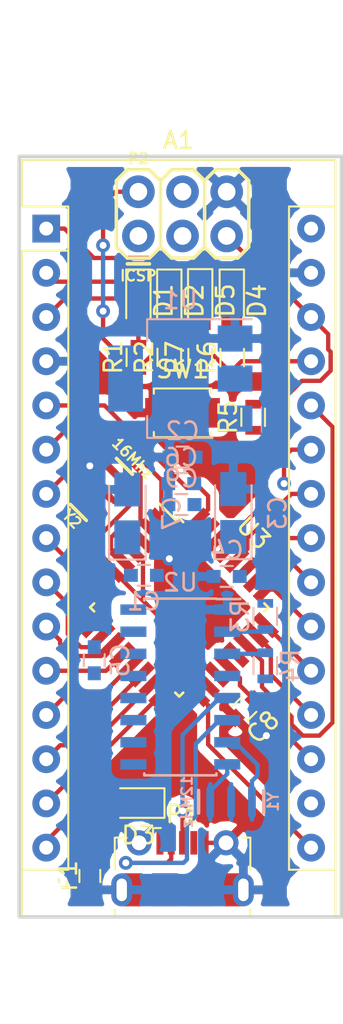
<source format=kicad_pcb>
(kicad_pcb (version 20171130) (host pcbnew 5.0.2-bee76a0~70~ubuntu18.04.1)

  (general
    (thickness 1.6)
    (drawings 9)
    (tracks 206)
    (zones 0)
    (modules 31)
    (nets 53)
  )

  (page A4)
  (layers
    (0 F.Cu signal)
    (31 B.Cu signal)
    (32 B.Adhes user)
    (33 F.Adhes user)
    (34 B.Paste user)
    (35 F.Paste user)
    (36 B.SilkS user)
    (37 F.SilkS user)
    (38 B.Mask user)
    (39 F.Mask user)
    (40 Dwgs.User user)
    (41 Cmts.User user)
    (42 Eco1.User user)
    (43 Eco2.User user)
    (44 Edge.Cuts user)
    (45 Margin user)
    (46 B.CrtYd user)
    (47 F.CrtYd user)
    (48 B.Fab user)
    (49 F.Fab user)
  )

  (setup
    (last_trace_width 0.25)
    (trace_clearance 0.2)
    (zone_clearance 0.508)
    (zone_45_only no)
    (trace_min 0.2)
    (segment_width 0.2)
    (edge_width 0.15)
    (via_size 0.8)
    (via_drill 0.4)
    (via_min_size 0.4)
    (via_min_drill 0.3)
    (uvia_size 0.3)
    (uvia_drill 0.1)
    (uvias_allowed no)
    (uvia_min_size 0.2)
    (uvia_min_drill 0.1)
    (pcb_text_width 0.3)
    (pcb_text_size 1.5 1.5)
    (mod_edge_width 0.15)
    (mod_text_size 1 1)
    (mod_text_width 0.15)
    (pad_size 1.524 1.524)
    (pad_drill 0.762)
    (pad_to_mask_clearance 0.051)
    (solder_mask_min_width 0.25)
    (aux_axis_origin 0 0)
    (visible_elements FFFFFF7F)
    (pcbplotparams
      (layerselection 0x010fc_ffffffff)
      (usegerberextensions false)
      (usegerberattributes false)
      (usegerberadvancedattributes false)
      (creategerberjobfile false)
      (excludeedgelayer true)
      (linewidth 0.100000)
      (plotframeref false)
      (viasonmask false)
      (mode 1)
      (useauxorigin false)
      (hpglpennumber 1)
      (hpglpenspeed 20)
      (hpglpendiameter 15.000000)
      (psnegative false)
      (psa4output false)
      (plotreference true)
      (plotvalue true)
      (plotinvisibletext false)
      (padsonsilk false)
      (subtractmaskfromsilk false)
      (outputformat 1)
      (mirror false)
      (drillshape 1)
      (scaleselection 1)
      (outputdirectory ""))
  )

  (net 0 "")
  (net 1 +3V3)
  (net 2 AREF)
  (net 3 RESET)
  (net 4 A0)
  (net 5 GND)
  (net 6 A1)
  (net 7 D2)
  (net 8 A2)
  (net 9 D3)
  (net 10 A3)
  (net 11 D4)
  (net 12 A4)
  (net 13 D5)
  (net 14 A5)
  (net 15 D6)
  (net 16 A6)
  (net 17 D7)
  (net 18 A7)
  (net 19 D8)
  (net 20 +5V)
  (net 21 D9)
  (net 22 D10)
  (net 23 VIN)
  (net 24 "Net-(C1-Pad2)")
  (net 25 VUSB)
  (net 26 DTR)
  (net 27 "Net-(C6-Pad1)")
  (net 28 "Net-(D1-Pad2)")
  (net 29 D0-RX)
  (net 30 "Net-(D2-Pad2)")
  (net 31 D1-TX)
  (net 32 "Net-(D4-Pad2)")
  (net 33 "Net-(D5-Pad2)")
  (net 34 "Net-(F1-Pad2)")
  (net 35 "Net-(P1-Pad2)")
  (net 36 "Net-(P1-Pad4)")
  (net 37 "Net-(P1-Pad3)")
  (net 38 D12-MISO)
  (net 39 D13-SCK)
  (net 40 D11-MOSI)
  (net 41 "Net-(R3-Pad2)")
  (net 42 "Net-(R4-Pad2)")
  (net 43 "Net-(U2-Pad7)")
  (net 44 "Net-(U2-Pad8)")
  (net 45 "Net-(U2-Pad9)")
  (net 46 "Net-(U2-Pad10)")
  (net 47 "Net-(U2-Pad11)")
  (net 48 "Net-(U2-Pad12)")
  (net 49 "Net-(U2-Pad14)")
  (net 50 "Net-(U2-Pad15)")
  (net 51 "Net-(U3-Pad7)")
  (net 52 "Net-(U3-Pad8)")

  (net_class Default "This is the default net class."
    (clearance 0.2)
    (trace_width 0.25)
    (via_dia 0.8)
    (via_drill 0.4)
    (uvia_dia 0.3)
    (uvia_drill 0.1)
    (add_net +3V3)
    (add_net +5V)
    (add_net A0)
    (add_net A1)
    (add_net A2)
    (add_net A3)
    (add_net A4)
    (add_net A5)
    (add_net A6)
    (add_net A7)
    (add_net AREF)
    (add_net D0-RX)
    (add_net D1-TX)
    (add_net D10)
    (add_net D11-MOSI)
    (add_net D12-MISO)
    (add_net D13-SCK)
    (add_net D2)
    (add_net D3)
    (add_net D4)
    (add_net D5)
    (add_net D6)
    (add_net D7)
    (add_net D8)
    (add_net D9)
    (add_net DTR)
    (add_net GND)
    (add_net "Net-(C1-Pad2)")
    (add_net "Net-(C6-Pad1)")
    (add_net "Net-(D1-Pad2)")
    (add_net "Net-(D2-Pad2)")
    (add_net "Net-(D4-Pad2)")
    (add_net "Net-(D5-Pad2)")
    (add_net "Net-(F1-Pad2)")
    (add_net "Net-(P1-Pad2)")
    (add_net "Net-(P1-Pad3)")
    (add_net "Net-(P1-Pad4)")
    (add_net "Net-(R3-Pad2)")
    (add_net "Net-(R4-Pad2)")
    (add_net "Net-(U2-Pad10)")
    (add_net "Net-(U2-Pad11)")
    (add_net "Net-(U2-Pad12)")
    (add_net "Net-(U2-Pad14)")
    (add_net "Net-(U2-Pad15)")
    (add_net "Net-(U2-Pad7)")
    (add_net "Net-(U2-Pad8)")
    (add_net "Net-(U2-Pad9)")
    (add_net "Net-(U3-Pad7)")
    (add_net "Net-(U3-Pad8)")
    (add_net RESET)
    (add_net VIN)
    (add_net VUSB)
  )

  (module Modules:Arduino_Nano_WithMountingHoles (layer F.Cu) (tedit 58ACAF99) (tstamp 5C786586)
    (at 149.637001 83.396501)
    (descr "Arduino Nano, http://www.mouser.com/pdfdocs/Gravitech_Arduino_Nano3_0.pdf")
    (tags "Arduino Nano")
    (path /5C763F92)
    (fp_text reference A1 (at 7.62 -5.08) (layer F.SilkS)
      (effects (font (size 1 1) (thickness 0.15)))
    )
    (fp_text value Arduino_Nano_v3.x (at 8.89 15.24 90) (layer F.Fab)
      (effects (font (size 1 1) (thickness 0.15)))
    )
    (fp_text user %R (at 6.35 16.51 90) (layer F.Fab)
      (effects (font (size 1 1) (thickness 0.15)))
    )
    (fp_line (start 1.27 1.27) (end 1.27 -1.27) (layer F.SilkS) (width 0.12))
    (fp_line (start 1.27 -1.27) (end -1.4 -1.27) (layer F.SilkS) (width 0.12))
    (fp_line (start -1.4 1.27) (end -1.4 39.5) (layer F.SilkS) (width 0.12))
    (fp_line (start -1.4 -3.94) (end -1.4 -1.27) (layer F.SilkS) (width 0.12))
    (fp_line (start 13.97 -1.27) (end 16.64 -1.27) (layer F.SilkS) (width 0.12))
    (fp_line (start 13.97 -1.27) (end 13.97 36.83) (layer F.SilkS) (width 0.12))
    (fp_line (start 13.97 36.83) (end 16.64 36.83) (layer F.SilkS) (width 0.12))
    (fp_line (start 1.27 1.27) (end -1.4 1.27) (layer F.SilkS) (width 0.12))
    (fp_line (start 1.27 1.27) (end 1.27 36.83) (layer F.SilkS) (width 0.12))
    (fp_line (start 1.27 36.83) (end -1.4 36.83) (layer F.SilkS) (width 0.12))
    (fp_line (start 3.81 31.75) (end 11.43 31.75) (layer F.Fab) (width 0.1))
    (fp_line (start 11.43 31.75) (end 11.43 41.91) (layer F.Fab) (width 0.1))
    (fp_line (start 11.43 41.91) (end 3.81 41.91) (layer F.Fab) (width 0.1))
    (fp_line (start 3.81 41.91) (end 3.81 31.75) (layer F.Fab) (width 0.1))
    (fp_line (start -1.4 39.5) (end 16.64 39.5) (layer F.SilkS) (width 0.12))
    (fp_line (start 16.64 39.5) (end 16.64 -3.94) (layer F.SilkS) (width 0.12))
    (fp_line (start 16.64 -3.94) (end -1.4 -3.94) (layer F.SilkS) (width 0.12))
    (fp_line (start 16.51 39.37) (end -1.27 39.37) (layer F.Fab) (width 0.1))
    (fp_line (start -1.27 39.37) (end -1.27 -2.54) (layer F.Fab) (width 0.1))
    (fp_line (start -1.27 -2.54) (end 0 -3.81) (layer F.Fab) (width 0.1))
    (fp_line (start 0 -3.81) (end 16.51 -3.81) (layer F.Fab) (width 0.1))
    (fp_line (start 16.51 -3.81) (end 16.51 39.37) (layer F.Fab) (width 0.1))
    (fp_line (start -1.53 -4.06) (end 16.75 -4.06) (layer F.CrtYd) (width 0.05))
    (fp_line (start -1.53 -4.06) (end -1.53 42.16) (layer F.CrtYd) (width 0.05))
    (fp_line (start 16.75 42.16) (end 16.75 -4.06) (layer F.CrtYd) (width 0.05))
    (fp_line (start 16.75 42.16) (end -1.53 42.16) (layer F.CrtYd) (width 0.05))
    (pad 1 thru_hole rect (at 0 0) (size 1.6 1.6) (drill 0.8) (layers *.Cu *.Mask)
      (net 31 D1-TX))
    (pad 17 thru_hole oval (at 15.24 33.02) (size 1.6 1.6) (drill 0.8) (layers *.Cu *.Mask)
      (net 1 +3V3))
    (pad 2 thru_hole oval (at 0 2.54) (size 1.6 1.6) (drill 0.8) (layers *.Cu *.Mask)
      (net 29 D0-RX))
    (pad 18 thru_hole oval (at 15.24 30.48) (size 1.6 1.6) (drill 0.8) (layers *.Cu *.Mask)
      (net 2 AREF))
    (pad 3 thru_hole oval (at 0 5.08) (size 1.6 1.6) (drill 0.8) (layers *.Cu *.Mask)
      (net 3 RESET))
    (pad 19 thru_hole oval (at 15.24 27.94) (size 1.6 1.6) (drill 0.8) (layers *.Cu *.Mask)
      (net 4 A0))
    (pad 4 thru_hole oval (at 0 7.62) (size 1.6 1.6) (drill 0.8) (layers *.Cu *.Mask)
      (net 5 GND))
    (pad 20 thru_hole oval (at 15.24 25.4) (size 1.6 1.6) (drill 0.8) (layers *.Cu *.Mask)
      (net 6 A1))
    (pad 5 thru_hole oval (at 0 10.16) (size 1.6 1.6) (drill 0.8) (layers *.Cu *.Mask)
      (net 7 D2))
    (pad 21 thru_hole oval (at 15.24 22.86) (size 1.6 1.6) (drill 0.8) (layers *.Cu *.Mask)
      (net 8 A2))
    (pad 6 thru_hole oval (at 0 12.7) (size 1.6 1.6) (drill 0.8) (layers *.Cu *.Mask)
      (net 9 D3))
    (pad 22 thru_hole oval (at 15.24 20.32) (size 1.6 1.6) (drill 0.8) (layers *.Cu *.Mask)
      (net 10 A3))
    (pad 7 thru_hole oval (at 0 15.24) (size 1.6 1.6) (drill 0.8) (layers *.Cu *.Mask)
      (net 11 D4))
    (pad 23 thru_hole oval (at 15.24 17.78) (size 1.6 1.6) (drill 0.8) (layers *.Cu *.Mask)
      (net 12 A4))
    (pad 8 thru_hole oval (at 0 17.78) (size 1.6 1.6) (drill 0.8) (layers *.Cu *.Mask)
      (net 13 D5))
    (pad 24 thru_hole oval (at 15.24 15.24) (size 1.6 1.6) (drill 0.8) (layers *.Cu *.Mask)
      (net 14 A5))
    (pad 9 thru_hole oval (at 0 20.32) (size 1.6 1.6) (drill 0.8) (layers *.Cu *.Mask)
      (net 15 D6))
    (pad 25 thru_hole oval (at 15.24 12.7) (size 1.6 1.6) (drill 0.8) (layers *.Cu *.Mask)
      (net 16 A6))
    (pad 10 thru_hole oval (at 0 22.86) (size 1.6 1.6) (drill 0.8) (layers *.Cu *.Mask)
      (net 17 D7))
    (pad 26 thru_hole oval (at 15.24 10.16) (size 1.6 1.6) (drill 0.8) (layers *.Cu *.Mask)
      (net 18 A7))
    (pad 11 thru_hole oval (at 0 25.4) (size 1.6 1.6) (drill 0.8) (layers *.Cu *.Mask)
      (net 19 D8))
    (pad 27 thru_hole oval (at 15.24 7.62) (size 1.6 1.6) (drill 0.8) (layers *.Cu *.Mask)
      (net 20 +5V))
    (pad 12 thru_hole oval (at 0 27.94) (size 1.6 1.6) (drill 0.8) (layers *.Cu *.Mask)
      (net 21 D9))
    (pad 28 thru_hole oval (at 15.24 5.08) (size 1.6 1.6) (drill 0.8) (layers *.Cu *.Mask)
      (net 3 RESET))
    (pad 13 thru_hole oval (at 0 30.48) (size 1.6 1.6) (drill 0.8) (layers *.Cu *.Mask)
      (net 22 D10))
    (pad 29 thru_hole oval (at 15.24 2.54) (size 1.6 1.6) (drill 0.8) (layers *.Cu *.Mask)
      (net 5 GND))
    (pad 14 thru_hole oval (at 0 33.02) (size 1.6 1.6) (drill 0.8) (layers *.Cu *.Mask)
      (net 40 D11-MOSI))
    (pad 30 thru_hole oval (at 15.24 0) (size 1.6 1.6) (drill 0.8) (layers *.Cu *.Mask)
      (net 23 VIN))
    (pad 15 thru_hole oval (at 0 35.56) (size 1.6 1.6) (drill 0.8) (layers *.Cu *.Mask)
      (net 38 D12-MISO))
    (pad 16 thru_hole oval (at 15.24 35.56) (size 1.6 1.6) (drill 0.8) (layers *.Cu *.Mask)
      (net 39 D13-SCK))
    (pad "" np_thru_hole circle (at 0 -2.54) (size 1.78 1.78) (drill 1.78) (layers *.Cu *.Mask))
    (pad "" np_thru_hole circle (at 15.24 -2.54) (size 1.78 1.78) (drill 1.78) (layers *.Cu *.Mask))
    (pad "" np_thru_hole circle (at 15.24 38.1) (size 1.78 1.78) (drill 1.78) (layers *.Cu *.Mask))
    (pad "" np_thru_hole circle (at 0 38.1) (size 1.78 1.78) (drill 1.78) (layers *.Cu *.Mask))
  )

  (module Diodes_SMD:D_SOD-323 (layer F.Cu) (tedit 58641739) (tstamp 5C8F6CCE)
    (at 154.94 116.3955 180)
    (descr SOD-323)
    (tags SOD-323)
    (path /5C89014E)
    (attr smd)
    (fp_text reference D3 (at 0 -1.85 180) (layer F.SilkS)
      (effects (font (size 1 1) (thickness 0.15)))
    )
    (fp_text value BAT20J (at 0.1 1.9 180) (layer F.Fab)
      (effects (font (size 1 1) (thickness 0.15)))
    )
    (fp_text user %R (at 0 -1.85 180) (layer F.Fab)
      (effects (font (size 1 1) (thickness 0.15)))
    )
    (fp_line (start -1.5 -0.85) (end -1.5 0.85) (layer F.SilkS) (width 0.12))
    (fp_line (start 0.2 0) (end 0.45 0) (layer F.Fab) (width 0.1))
    (fp_line (start 0.2 0.35) (end -0.3 0) (layer F.Fab) (width 0.1))
    (fp_line (start 0.2 -0.35) (end 0.2 0.35) (layer F.Fab) (width 0.1))
    (fp_line (start -0.3 0) (end 0.2 -0.35) (layer F.Fab) (width 0.1))
    (fp_line (start -0.3 0) (end -0.5 0) (layer F.Fab) (width 0.1))
    (fp_line (start -0.3 -0.35) (end -0.3 0.35) (layer F.Fab) (width 0.1))
    (fp_line (start -0.9 0.7) (end -0.9 -0.7) (layer F.Fab) (width 0.1))
    (fp_line (start 0.9 0.7) (end -0.9 0.7) (layer F.Fab) (width 0.1))
    (fp_line (start 0.9 -0.7) (end 0.9 0.7) (layer F.Fab) (width 0.1))
    (fp_line (start -0.9 -0.7) (end 0.9 -0.7) (layer F.Fab) (width 0.1))
    (fp_line (start -1.6 -0.95) (end 1.6 -0.95) (layer F.CrtYd) (width 0.05))
    (fp_line (start 1.6 -0.95) (end 1.6 0.95) (layer F.CrtYd) (width 0.05))
    (fp_line (start -1.6 0.95) (end 1.6 0.95) (layer F.CrtYd) (width 0.05))
    (fp_line (start -1.6 -0.95) (end -1.6 0.95) (layer F.CrtYd) (width 0.05))
    (fp_line (start -1.5 0.85) (end 1.05 0.85) (layer F.SilkS) (width 0.12))
    (fp_line (start -1.5 -0.85) (end 1.05 -0.85) (layer F.SilkS) (width 0.12))
    (pad 1 smd rect (at -1.05 0 180) (size 0.6 0.45) (layers F.Cu F.Paste F.Mask)
      (net 20 +5V))
    (pad 2 smd rect (at 1.05 0 180) (size 0.6 0.45) (layers F.Cu F.Paste F.Mask)
      (net 25 VUSB))
    (model ${KISYS3DMOD}/Diodes_SMD.3dshapes/D_SOD-323.wrl
      (at (xyz 0 0 0))
      (scale (xyz 1 1 1))
      (rotate (xyz 0 0 0))
    )
  )

  (module Capacitors_SMD:C_0603 (layer B.Cu) (tedit 59958EE7) (tstamp 5C8F6BFC)
    (at 155.2575 103.3145)
    (descr "Capacitor SMD 0603, reflow soldering, AVX (see smccp.pdf)")
    (tags "capacitor 0603")
    (path /5C73F321)
    (attr smd)
    (fp_text reference C1 (at 0 1.5) (layer B.SilkS)
      (effects (font (size 1 1) (thickness 0.15)) (justify mirror))
    )
    (fp_text value 100n (at 0 -1.5) (layer B.Fab)
      (effects (font (size 1 1) (thickness 0.15)) (justify mirror))
    )
    (fp_text user %R (at 0 0) (layer B.Fab)
      (effects (font (size 0.3 0.3) (thickness 0.075)) (justify mirror))
    )
    (fp_line (start -0.8 -0.4) (end -0.8 0.4) (layer B.Fab) (width 0.1))
    (fp_line (start 0.8 -0.4) (end -0.8 -0.4) (layer B.Fab) (width 0.1))
    (fp_line (start 0.8 0.4) (end 0.8 -0.4) (layer B.Fab) (width 0.1))
    (fp_line (start -0.8 0.4) (end 0.8 0.4) (layer B.Fab) (width 0.1))
    (fp_line (start -0.35 0.6) (end 0.35 0.6) (layer B.SilkS) (width 0.12))
    (fp_line (start 0.35 -0.6) (end -0.35 -0.6) (layer B.SilkS) (width 0.12))
    (fp_line (start -1.4 0.65) (end 1.4 0.65) (layer B.CrtYd) (width 0.05))
    (fp_line (start -1.4 0.65) (end -1.4 -0.65) (layer B.CrtYd) (width 0.05))
    (fp_line (start 1.4 -0.65) (end 1.4 0.65) (layer B.CrtYd) (width 0.05))
    (fp_line (start 1.4 -0.65) (end -1.4 -0.65) (layer B.CrtYd) (width 0.05))
    (pad 1 smd rect (at -0.75 0) (size 0.8 0.75) (layers B.Cu B.Paste B.Mask)
      (net 20 +5V))
    (pad 2 smd rect (at 0.75 0) (size 0.8 0.75) (layers B.Cu B.Paste B.Mask)
      (net 24 "Net-(C1-Pad2)"))
    (model Capacitors_SMD.3dshapes/C_0603.wrl
      (at (xyz 0 0 0))
      (scale (xyz 1 1 1))
      (rotate (xyz 0 0 0))
    )
  )

  (module Capacitors_SMD:C_0603 (layer B.Cu) (tedit 59958EE7) (tstamp 5C8F6C0D)
    (at 157.48 96.52 180)
    (descr "Capacitor SMD 0603, reflow soldering, AVX (see smccp.pdf)")
    (tags "capacitor 0603")
    (path /5C87B1F2)
    (attr smd)
    (fp_text reference C2 (at 0 1.5 180) (layer B.SilkS)
      (effects (font (size 1 1) (thickness 0.15)) (justify mirror))
    )
    (fp_text value 1uF (at 0 -1.5 180) (layer B.Fab)
      (effects (font (size 1 1) (thickness 0.15)) (justify mirror))
    )
    (fp_line (start 1.4 -0.65) (end -1.4 -0.65) (layer B.CrtYd) (width 0.05))
    (fp_line (start 1.4 -0.65) (end 1.4 0.65) (layer B.CrtYd) (width 0.05))
    (fp_line (start -1.4 0.65) (end -1.4 -0.65) (layer B.CrtYd) (width 0.05))
    (fp_line (start -1.4 0.65) (end 1.4 0.65) (layer B.CrtYd) (width 0.05))
    (fp_line (start 0.35 -0.6) (end -0.35 -0.6) (layer B.SilkS) (width 0.12))
    (fp_line (start -0.35 0.6) (end 0.35 0.6) (layer B.SilkS) (width 0.12))
    (fp_line (start -0.8 0.4) (end 0.8 0.4) (layer B.Fab) (width 0.1))
    (fp_line (start 0.8 0.4) (end 0.8 -0.4) (layer B.Fab) (width 0.1))
    (fp_line (start 0.8 -0.4) (end -0.8 -0.4) (layer B.Fab) (width 0.1))
    (fp_line (start -0.8 -0.4) (end -0.8 0.4) (layer B.Fab) (width 0.1))
    (fp_text user %R (at 0 0 180) (layer B.Fab)
      (effects (font (size 0.3 0.3) (thickness 0.075)) (justify mirror))
    )
    (pad 2 smd rect (at 0.75 0 180) (size 0.8 0.75) (layers B.Cu B.Paste B.Mask)
      (net 5 GND))
    (pad 1 smd rect (at -0.75 0 180) (size 0.8 0.75) (layers B.Cu B.Paste B.Mask)
      (net 20 +5V))
    (model Capacitors_SMD.3dshapes/C_0603.wrl
      (at (xyz 0 0 0))
      (scale (xyz 1 1 1))
      (rotate (xyz 0 0 0))
    )
  )

  (module Capacitors_Tantalum_SMD:CP_Tantalum_Case-A_EIA-3216-18_Reflow (layer B.Cu) (tedit 58CC8C08) (tstamp 5C8F6C21)
    (at 160.401 99.7365 90)
    (descr "Tantalum capacitor, Case A, EIA 3216-18, 3.2x1.6x1.6mm, Reflow soldering footprint")
    (tags "capacitor tantalum smd")
    (path /5C89F877)
    (attr smd)
    (fp_text reference C3 (at 0 2.55 90) (layer B.SilkS)
      (effects (font (size 1 1) (thickness 0.15)) (justify mirror))
    )
    (fp_text value 4.7u (at 0 -2.55 90) (layer B.Fab)
      (effects (font (size 1 1) (thickness 0.15)) (justify mirror))
    )
    (fp_line (start -2.65 1.05) (end -2.65 -1.05) (layer B.SilkS) (width 0.12))
    (fp_line (start -2.65 -1.05) (end 1.6 -1.05) (layer B.SilkS) (width 0.12))
    (fp_line (start -2.65 1.05) (end 1.6 1.05) (layer B.SilkS) (width 0.12))
    (fp_line (start -1.12 0.8) (end -1.12 -0.8) (layer B.Fab) (width 0.1))
    (fp_line (start -1.28 0.8) (end -1.28 -0.8) (layer B.Fab) (width 0.1))
    (fp_line (start 1.6 0.8) (end -1.6 0.8) (layer B.Fab) (width 0.1))
    (fp_line (start 1.6 -0.8) (end 1.6 0.8) (layer B.Fab) (width 0.1))
    (fp_line (start -1.6 -0.8) (end 1.6 -0.8) (layer B.Fab) (width 0.1))
    (fp_line (start -1.6 0.8) (end -1.6 -0.8) (layer B.Fab) (width 0.1))
    (fp_line (start 2.75 1.2) (end -2.75 1.2) (layer B.CrtYd) (width 0.05))
    (fp_line (start 2.75 -1.2) (end 2.75 1.2) (layer B.CrtYd) (width 0.05))
    (fp_line (start -2.75 -1.2) (end 2.75 -1.2) (layer B.CrtYd) (width 0.05))
    (fp_line (start -2.75 1.2) (end -2.75 -1.2) (layer B.CrtYd) (width 0.05))
    (fp_text user %R (at 0 0 90) (layer B.Fab)
      (effects (font (size 0.7 0.7) (thickness 0.105)) (justify mirror))
    )
    (pad 2 smd rect (at 1.375 0 90) (size 1.95 1.5) (layers B.Cu B.Paste B.Mask)
      (net 5 GND))
    (pad 1 smd rect (at -1.375 0 90) (size 1.95 1.5) (layers B.Cu B.Paste B.Mask)
      (net 25 VUSB))
    (model Capacitors_Tantalum_SMD.3dshapes/CP_Tantalum_Case-A_EIA-3216-18.wrl
      (at (xyz 0 0 0))
      (scale (xyz 1 1 1))
      (rotate (xyz 0 0 0))
    )
  )

  (module Capacitors_SMD:C_0603 (layer B.Cu) (tedit 59958EE7) (tstamp 5C8F6C32)
    (at 160.02 103.378 180)
    (descr "Capacitor SMD 0603, reflow soldering, AVX (see smccp.pdf)")
    (tags "capacitor 0603")
    (path /5C89F8F5)
    (attr smd)
    (fp_text reference C4 (at 0 1.5 180) (layer B.SilkS)
      (effects (font (size 1 1) (thickness 0.15)) (justify mirror))
    )
    (fp_text value 100n (at 0 -1.5 180) (layer B.Fab)
      (effects (font (size 1 1) (thickness 0.15)) (justify mirror))
    )
    (fp_line (start 1.4 -0.65) (end -1.4 -0.65) (layer B.CrtYd) (width 0.05))
    (fp_line (start 1.4 -0.65) (end 1.4 0.65) (layer B.CrtYd) (width 0.05))
    (fp_line (start -1.4 0.65) (end -1.4 -0.65) (layer B.CrtYd) (width 0.05))
    (fp_line (start -1.4 0.65) (end 1.4 0.65) (layer B.CrtYd) (width 0.05))
    (fp_line (start 0.35 -0.6) (end -0.35 -0.6) (layer B.SilkS) (width 0.12))
    (fp_line (start -0.35 0.6) (end 0.35 0.6) (layer B.SilkS) (width 0.12))
    (fp_line (start -0.8 0.4) (end 0.8 0.4) (layer B.Fab) (width 0.1))
    (fp_line (start 0.8 0.4) (end 0.8 -0.4) (layer B.Fab) (width 0.1))
    (fp_line (start 0.8 -0.4) (end -0.8 -0.4) (layer B.Fab) (width 0.1))
    (fp_line (start -0.8 -0.4) (end -0.8 0.4) (layer B.Fab) (width 0.1))
    (fp_text user %R (at 0 0 180) (layer B.Fab)
      (effects (font (size 0.3 0.3) (thickness 0.075)) (justify mirror))
    )
    (pad 2 smd rect (at 0.75 0 180) (size 0.8 0.75) (layers B.Cu B.Paste B.Mask)
      (net 5 GND))
    (pad 1 smd rect (at -0.75 0 180) (size 0.8 0.75) (layers B.Cu B.Paste B.Mask)
      (net 25 VUSB))
    (model Capacitors_SMD.3dshapes/C_0603.wrl
      (at (xyz 0 0 0))
      (scale (xyz 1 1 1))
      (rotate (xyz 0 0 0))
    )
  )

  (module Capacitors_SMD:C_0603 (layer B.Cu) (tedit 59958EE7) (tstamp 5C8F6C43)
    (at 152.4 108.192 90)
    (descr "Capacitor SMD 0603, reflow soldering, AVX (see smccp.pdf)")
    (tags "capacitor 0603")
    (path /5C74BF6B)
    (attr smd)
    (fp_text reference C5 (at 0 1.5 90) (layer B.SilkS)
      (effects (font (size 1 1) (thickness 0.15)) (justify mirror))
    )
    (fp_text value 100n (at 0 -1.5 90) (layer B.Fab)
      (effects (font (size 1 1) (thickness 0.15)) (justify mirror))
    )
    (fp_text user %R (at 0 0 90) (layer B.Fab)
      (effects (font (size 0.3 0.3) (thickness 0.075)) (justify mirror))
    )
    (fp_line (start -0.8 -0.4) (end -0.8 0.4) (layer B.Fab) (width 0.1))
    (fp_line (start 0.8 -0.4) (end -0.8 -0.4) (layer B.Fab) (width 0.1))
    (fp_line (start 0.8 0.4) (end 0.8 -0.4) (layer B.Fab) (width 0.1))
    (fp_line (start -0.8 0.4) (end 0.8 0.4) (layer B.Fab) (width 0.1))
    (fp_line (start -0.35 0.6) (end 0.35 0.6) (layer B.SilkS) (width 0.12))
    (fp_line (start 0.35 -0.6) (end -0.35 -0.6) (layer B.SilkS) (width 0.12))
    (fp_line (start -1.4 0.65) (end 1.4 0.65) (layer B.CrtYd) (width 0.05))
    (fp_line (start -1.4 0.65) (end -1.4 -0.65) (layer B.CrtYd) (width 0.05))
    (fp_line (start 1.4 -0.65) (end 1.4 0.65) (layer B.CrtYd) (width 0.05))
    (fp_line (start 1.4 -0.65) (end -1.4 -0.65) (layer B.CrtYd) (width 0.05))
    (pad 1 smd rect (at -0.75 0 90) (size 0.8 0.75) (layers B.Cu B.Paste B.Mask)
      (net 26 DTR))
    (pad 2 smd rect (at 0.75 0 90) (size 0.8 0.75) (layers B.Cu B.Paste B.Mask)
      (net 3 RESET))
    (model Capacitors_SMD.3dshapes/C_0603.wrl
      (at (xyz 0 0 0))
      (scale (xyz 1 1 1))
      (rotate (xyz 0 0 0))
    )
  )

  (module Capacitors_SMD:C_0603 (layer B.Cu) (tedit 59958EE7) (tstamp 5C8F6C54)
    (at 157.4045 98.044 180)
    (descr "Capacitor SMD 0603, reflow soldering, AVX (see smccp.pdf)")
    (tags "capacitor 0603")
    (path /5C755DCD)
    (attr smd)
    (fp_text reference C6 (at 0 1.5 180) (layer B.SilkS)
      (effects (font (size 1 1) (thickness 0.15)) (justify mirror))
    )
    (fp_text value 1u (at 0 -1.5 180) (layer B.Fab)
      (effects (font (size 1 1) (thickness 0.15)) (justify mirror))
    )
    (fp_text user %R (at 0 0 180) (layer B.Fab)
      (effects (font (size 0.3 0.3) (thickness 0.075)) (justify mirror))
    )
    (fp_line (start -0.8 -0.4) (end -0.8 0.4) (layer B.Fab) (width 0.1))
    (fp_line (start 0.8 -0.4) (end -0.8 -0.4) (layer B.Fab) (width 0.1))
    (fp_line (start 0.8 0.4) (end 0.8 -0.4) (layer B.Fab) (width 0.1))
    (fp_line (start -0.8 0.4) (end 0.8 0.4) (layer B.Fab) (width 0.1))
    (fp_line (start -0.35 0.6) (end 0.35 0.6) (layer B.SilkS) (width 0.12))
    (fp_line (start 0.35 -0.6) (end -0.35 -0.6) (layer B.SilkS) (width 0.12))
    (fp_line (start -1.4 0.65) (end 1.4 0.65) (layer B.CrtYd) (width 0.05))
    (fp_line (start -1.4 0.65) (end -1.4 -0.65) (layer B.CrtYd) (width 0.05))
    (fp_line (start 1.4 -0.65) (end 1.4 0.65) (layer B.CrtYd) (width 0.05))
    (fp_line (start 1.4 -0.65) (end -1.4 -0.65) (layer B.CrtYd) (width 0.05))
    (pad 1 smd rect (at -0.75 0 180) (size 0.8 0.75) (layers B.Cu B.Paste B.Mask)
      (net 27 "Net-(C6-Pad1)"))
    (pad 2 smd rect (at 0.75 0 180) (size 0.8 0.75) (layers B.Cu B.Paste B.Mask)
      (net 5 GND))
    (model Capacitors_SMD.3dshapes/C_0603.wrl
      (at (xyz 0 0 0))
      (scale (xyz 1 1 1))
      (rotate (xyz 0 0 0))
    )
  )

  (module Capacitors_Tantalum_SMD:CP_Tantalum_Case-A_EIA-3216-18_Reflow (layer B.Cu) (tedit 58CC8C08) (tstamp 5C7869DE)
    (at 154.305 99.7585 90)
    (descr "Tantalum capacitor, Case A, EIA 3216-18, 3.2x1.6x1.6mm, Reflow soldering footprint")
    (tags "capacitor tantalum smd")
    (path /5C780A63)
    (attr smd)
    (fp_text reference C7 (at 0 2.55 90) (layer B.SilkS)
      (effects (font (size 1 1) (thickness 0.15)) (justify mirror))
    )
    (fp_text value 4.7u (at 0 -2.55 90) (layer B.Fab)
      (effects (font (size 1 1) (thickness 0.15)) (justify mirror))
    )
    (fp_text user %R (at 0 0 90) (layer B.Fab)
      (effects (font (size 0.7 0.7) (thickness 0.105)) (justify mirror))
    )
    (fp_line (start -2.75 1.2) (end -2.75 -1.2) (layer B.CrtYd) (width 0.05))
    (fp_line (start -2.75 -1.2) (end 2.75 -1.2) (layer B.CrtYd) (width 0.05))
    (fp_line (start 2.75 -1.2) (end 2.75 1.2) (layer B.CrtYd) (width 0.05))
    (fp_line (start 2.75 1.2) (end -2.75 1.2) (layer B.CrtYd) (width 0.05))
    (fp_line (start -1.6 0.8) (end -1.6 -0.8) (layer B.Fab) (width 0.1))
    (fp_line (start -1.6 -0.8) (end 1.6 -0.8) (layer B.Fab) (width 0.1))
    (fp_line (start 1.6 -0.8) (end 1.6 0.8) (layer B.Fab) (width 0.1))
    (fp_line (start 1.6 0.8) (end -1.6 0.8) (layer B.Fab) (width 0.1))
    (fp_line (start -1.28 0.8) (end -1.28 -0.8) (layer B.Fab) (width 0.1))
    (fp_line (start -1.12 0.8) (end -1.12 -0.8) (layer B.Fab) (width 0.1))
    (fp_line (start -2.65 1.05) (end 1.6 1.05) (layer B.SilkS) (width 0.12))
    (fp_line (start -2.65 -1.05) (end 1.6 -1.05) (layer B.SilkS) (width 0.12))
    (fp_line (start -2.65 1.05) (end -2.65 -1.05) (layer B.SilkS) (width 0.12))
    (pad 1 smd rect (at -1.375 0 90) (size 1.95 1.5) (layers B.Cu B.Paste B.Mask)
      (net 27 "Net-(C6-Pad1)"))
    (pad 2 smd rect (at 1.375 0 90) (size 1.95 1.5) (layers B.Cu B.Paste B.Mask)
      (net 5 GND))
    (model Capacitors_Tantalum_SMD.3dshapes/CP_Tantalum_Case-A_EIA-3216-18.wrl
      (at (xyz 0 0 0))
      (scale (xyz 1 1 1))
      (rotate (xyz 0 0 0))
    )
  )

  (module Capacitors_SMD:C_0603 (layer F.Cu) (tedit 59958EE7) (tstamp 5C8F6C79)
    (at 161.05833 110.97567 225)
    (descr "Capacitor SMD 0603, reflow soldering, AVX (see smccp.pdf)")
    (tags "capacitor 0603")
    (path /5C75FAE9)
    (attr smd)
    (fp_text reference C8 (at 0 -1.5 225) (layer F.SilkS)
      (effects (font (size 1 1) (thickness 0.15)))
    )
    (fp_text value 100n (at 0 1.5 225) (layer F.Fab)
      (effects (font (size 1 1) (thickness 0.15)))
    )
    (fp_line (start 1.4 0.65) (end -1.4 0.65) (layer F.CrtYd) (width 0.05))
    (fp_line (start 1.4 0.65) (end 1.4 -0.65) (layer F.CrtYd) (width 0.05))
    (fp_line (start -1.4 -0.65) (end -1.4 0.65) (layer F.CrtYd) (width 0.05))
    (fp_line (start -1.4 -0.65) (end 1.4 -0.65) (layer F.CrtYd) (width 0.05))
    (fp_line (start 0.35 0.6) (end -0.35 0.6) (layer F.SilkS) (width 0.12))
    (fp_line (start -0.35 -0.6) (end 0.35 -0.6) (layer F.SilkS) (width 0.12))
    (fp_line (start -0.8 -0.4) (end 0.8 -0.4) (layer F.Fab) (width 0.1))
    (fp_line (start 0.8 -0.4) (end 0.8 0.4) (layer F.Fab) (width 0.1))
    (fp_line (start 0.8 0.4) (end -0.8 0.4) (layer F.Fab) (width 0.1))
    (fp_line (start -0.8 0.4) (end -0.8 -0.4) (layer F.Fab) (width 0.1))
    (fp_text user %R (at 0 0 225) (layer F.Fab)
      (effects (font (size 0.3 0.3) (thickness 0.075)))
    )
    (pad 2 smd rect (at 0.75 0 225) (size 0.8 0.75) (layers F.Cu F.Paste F.Mask)
      (net 5 GND))
    (pad 1 smd rect (at -0.75 0 225) (size 0.8 0.75) (layers F.Cu F.Paste F.Mask)
      (net 2 AREF))
    (model Capacitors_SMD.3dshapes/C_0603.wrl
      (at (xyz 0 0 0))
      (scale (xyz 1 1 1))
      (rotate (xyz 0 0 0))
    )
  )

  (module Capacitors_SMD:C_0603 (layer B.Cu) (tedit 59958EE7) (tstamp 5C8F6C8A)
    (at 157.4165 99.2505 180)
    (descr "Capacitor SMD 0603, reflow soldering, AVX (see smccp.pdf)")
    (tags "capacitor 0603")
    (path /5C755AC1)
    (attr smd)
    (fp_text reference C9 (at 0 1.5 180) (layer B.SilkS)
      (effects (font (size 1 1) (thickness 0.15)) (justify mirror))
    )
    (fp_text value 100n (at 0 -1.5 180) (layer B.Fab)
      (effects (font (size 1 1) (thickness 0.15)) (justify mirror))
    )
    (fp_line (start 1.4 -0.65) (end -1.4 -0.65) (layer B.CrtYd) (width 0.05))
    (fp_line (start 1.4 -0.65) (end 1.4 0.65) (layer B.CrtYd) (width 0.05))
    (fp_line (start -1.4 0.65) (end -1.4 -0.65) (layer B.CrtYd) (width 0.05))
    (fp_line (start -1.4 0.65) (end 1.4 0.65) (layer B.CrtYd) (width 0.05))
    (fp_line (start 0.35 -0.6) (end -0.35 -0.6) (layer B.SilkS) (width 0.12))
    (fp_line (start -0.35 0.6) (end 0.35 0.6) (layer B.SilkS) (width 0.12))
    (fp_line (start -0.8 0.4) (end 0.8 0.4) (layer B.Fab) (width 0.1))
    (fp_line (start 0.8 0.4) (end 0.8 -0.4) (layer B.Fab) (width 0.1))
    (fp_line (start 0.8 -0.4) (end -0.8 -0.4) (layer B.Fab) (width 0.1))
    (fp_line (start -0.8 -0.4) (end -0.8 0.4) (layer B.Fab) (width 0.1))
    (fp_text user %R (at 0 0 180) (layer B.Fab)
      (effects (font (size 0.3 0.3) (thickness 0.075)) (justify mirror))
    )
    (pad 2 smd rect (at 0.75 0 180) (size 0.8 0.75) (layers B.Cu B.Paste B.Mask)
      (net 5 GND))
    (pad 1 smd rect (at -0.75 0 180) (size 0.8 0.75) (layers B.Cu B.Paste B.Mask)
      (net 27 "Net-(C6-Pad1)"))
    (model Capacitors_SMD.3dshapes/C_0603.wrl
      (at (xyz 0 0 0))
      (scale (xyz 1 1 1))
      (rotate (xyz 0 0 0))
    )
  )

  (module LEDs:LED_0805 (layer F.Cu) (tedit 59959803) (tstamp 5C8F6CA0)
    (at 154.94 87.546381 270)
    (descr "LED 0805 smd package")
    (tags "LED led 0805 SMD smd SMT smt smdled SMDLED smtled SMTLED")
    (path /5899073E)
    (attr smd)
    (fp_text reference D1 (at 0 -1.45 270) (layer F.SilkS)
      (effects (font (size 1 1) (thickness 0.15)))
    )
    (fp_text value GREEN (at 0 1.55 270) (layer F.Fab)
      (effects (font (size 1 1) (thickness 0.15)))
    )
    (fp_line (start -1.8 -0.7) (end -1.8 0.7) (layer F.SilkS) (width 0.12))
    (fp_line (start -0.4 -0.4) (end -0.4 0.4) (layer F.Fab) (width 0.1))
    (fp_line (start -0.4 0) (end 0.2 -0.4) (layer F.Fab) (width 0.1))
    (fp_line (start 0.2 0.4) (end -0.4 0) (layer F.Fab) (width 0.1))
    (fp_line (start 0.2 -0.4) (end 0.2 0.4) (layer F.Fab) (width 0.1))
    (fp_line (start 1 0.6) (end -1 0.6) (layer F.Fab) (width 0.1))
    (fp_line (start 1 -0.6) (end 1 0.6) (layer F.Fab) (width 0.1))
    (fp_line (start -1 -0.6) (end 1 -0.6) (layer F.Fab) (width 0.1))
    (fp_line (start -1 0.6) (end -1 -0.6) (layer F.Fab) (width 0.1))
    (fp_line (start -1.8 0.7) (end 1 0.7) (layer F.SilkS) (width 0.12))
    (fp_line (start -1.8 -0.7) (end 1 -0.7) (layer F.SilkS) (width 0.12))
    (fp_line (start 1.95 -0.85) (end 1.95 0.85) (layer F.CrtYd) (width 0.05))
    (fp_line (start 1.95 0.85) (end -1.95 0.85) (layer F.CrtYd) (width 0.05))
    (fp_line (start -1.95 0.85) (end -1.95 -0.85) (layer F.CrtYd) (width 0.05))
    (fp_line (start -1.95 -0.85) (end 1.95 -0.85) (layer F.CrtYd) (width 0.05))
    (fp_text user %R (at 0 -1.25 270) (layer F.Fab)
      (effects (font (size 0.4 0.4) (thickness 0.1)))
    )
    (pad 2 smd rect (at 1.1 0 90) (size 1.2 1.2) (layers F.Cu F.Paste F.Mask)
      (net 28 "Net-(D1-Pad2)"))
    (pad 1 smd rect (at -1.1 0 90) (size 1.2 1.2) (layers F.Cu F.Paste F.Mask)
      (net 29 D0-RX))
    (model ${KISYS3DMOD}/LEDs.3dshapes/LED_0805.wrl
      (at (xyz 0 0 0))
      (scale (xyz 1 1 1))
      (rotate (xyz 0 0 180))
    )
  )

  (module LEDs:LED_0805 (layer F.Cu) (tedit 59959803) (tstamp 5C8F6CB6)
    (at 156.718 87.546382 270)
    (descr "LED 0805 smd package")
    (tags "LED led 0805 SMD smd SMT smt smdled SMDLED smtled SMTLED")
    (path /5C742B81)
    (attr smd)
    (fp_text reference D2 (at 0 -1.45 270) (layer F.SilkS)
      (effects (font (size 1 1) (thickness 0.15)))
    )
    (fp_text value RED (at 0 1.55 270) (layer F.Fab)
      (effects (font (size 1 1) (thickness 0.15)))
    )
    (fp_line (start -1.8 -0.7) (end -1.8 0.7) (layer F.SilkS) (width 0.12))
    (fp_line (start -0.4 -0.4) (end -0.4 0.4) (layer F.Fab) (width 0.1))
    (fp_line (start -0.4 0) (end 0.2 -0.4) (layer F.Fab) (width 0.1))
    (fp_line (start 0.2 0.4) (end -0.4 0) (layer F.Fab) (width 0.1))
    (fp_line (start 0.2 -0.4) (end 0.2 0.4) (layer F.Fab) (width 0.1))
    (fp_line (start 1 0.6) (end -1 0.6) (layer F.Fab) (width 0.1))
    (fp_line (start 1 -0.6) (end 1 0.6) (layer F.Fab) (width 0.1))
    (fp_line (start -1 -0.6) (end 1 -0.6) (layer F.Fab) (width 0.1))
    (fp_line (start -1 0.6) (end -1 -0.6) (layer F.Fab) (width 0.1))
    (fp_line (start -1.8 0.7) (end 1 0.7) (layer F.SilkS) (width 0.12))
    (fp_line (start -1.8 -0.7) (end 1 -0.7) (layer F.SilkS) (width 0.12))
    (fp_line (start 1.95 -0.85) (end 1.95 0.85) (layer F.CrtYd) (width 0.05))
    (fp_line (start 1.95 0.85) (end -1.95 0.85) (layer F.CrtYd) (width 0.05))
    (fp_line (start -1.95 0.85) (end -1.95 -0.85) (layer F.CrtYd) (width 0.05))
    (fp_line (start -1.95 -0.85) (end 1.95 -0.85) (layer F.CrtYd) (width 0.05))
    (fp_text user %R (at 0 -1.25 270) (layer F.Fab)
      (effects (font (size 0.4 0.4) (thickness 0.1)))
    )
    (pad 2 smd rect (at 1.1 0 90) (size 1.2 1.2) (layers F.Cu F.Paste F.Mask)
      (net 30 "Net-(D2-Pad2)"))
    (pad 1 smd rect (at -1.1 0 90) (size 1.2 1.2) (layers F.Cu F.Paste F.Mask)
      (net 31 D1-TX))
    (model ${KISYS3DMOD}/LEDs.3dshapes/LED_0805.wrl
      (at (xyz 0 0 0))
      (scale (xyz 1 1 1))
      (rotate (xyz 0 0 180))
    )
  )

  (module LEDs:LED_0805 (layer F.Cu) (tedit 59959803) (tstamp 5C8F6CE4)
    (at 160.314837 87.546382 270)
    (descr "LED 0805 smd package")
    (tags "LED led 0805 SMD smd SMT smt smdled SMDLED smtled SMTLED")
    (path /589905E7)
    (attr smd)
    (fp_text reference D4 (at 0 -1.45 270) (layer F.SilkS)
      (effects (font (size 1 1) (thickness 0.15)))
    )
    (fp_text value LED_PWD (at 0 1.55 270) (layer F.Fab)
      (effects (font (size 1 1) (thickness 0.15)))
    )
    (fp_text user %R (at 0 -1.25 270) (layer F.Fab)
      (effects (font (size 0.4 0.4) (thickness 0.1)))
    )
    (fp_line (start -1.95 -0.85) (end 1.95 -0.85) (layer F.CrtYd) (width 0.05))
    (fp_line (start -1.95 0.85) (end -1.95 -0.85) (layer F.CrtYd) (width 0.05))
    (fp_line (start 1.95 0.85) (end -1.95 0.85) (layer F.CrtYd) (width 0.05))
    (fp_line (start 1.95 -0.85) (end 1.95 0.85) (layer F.CrtYd) (width 0.05))
    (fp_line (start -1.8 -0.7) (end 1 -0.7) (layer F.SilkS) (width 0.12))
    (fp_line (start -1.8 0.7) (end 1 0.7) (layer F.SilkS) (width 0.12))
    (fp_line (start -1 0.6) (end -1 -0.6) (layer F.Fab) (width 0.1))
    (fp_line (start -1 -0.6) (end 1 -0.6) (layer F.Fab) (width 0.1))
    (fp_line (start 1 -0.6) (end 1 0.6) (layer F.Fab) (width 0.1))
    (fp_line (start 1 0.6) (end -1 0.6) (layer F.Fab) (width 0.1))
    (fp_line (start 0.2 -0.4) (end 0.2 0.4) (layer F.Fab) (width 0.1))
    (fp_line (start 0.2 0.4) (end -0.4 0) (layer F.Fab) (width 0.1))
    (fp_line (start -0.4 0) (end 0.2 -0.4) (layer F.Fab) (width 0.1))
    (fp_line (start -0.4 -0.4) (end -0.4 0.4) (layer F.Fab) (width 0.1))
    (fp_line (start -1.8 -0.7) (end -1.8 0.7) (layer F.SilkS) (width 0.12))
    (pad 1 smd rect (at -1.1 0 90) (size 1.2 1.2) (layers F.Cu F.Paste F.Mask)
      (net 5 GND))
    (pad 2 smd rect (at 1.1 0 90) (size 1.2 1.2) (layers F.Cu F.Paste F.Mask)
      (net 32 "Net-(D4-Pad2)"))
    (model ${KISYS3DMOD}/LEDs.3dshapes/LED_0805.wrl
      (at (xyz 0 0 0))
      (scale (xyz 1 1 1))
      (rotate (xyz 0 0 180))
    )
  )

  (module LEDs:LED_0805 (layer F.Cu) (tedit 59959803) (tstamp 5C8F6CFA)
    (at 158.496 87.523881 270)
    (descr "LED 0805 smd package")
    (tags "LED led 0805 SMD smd SMT smt smdled SMDLED smtled SMTLED")
    (path /5C8BFD6E)
    (attr smd)
    (fp_text reference D5 (at 0 -1.45 270) (layer F.SilkS)
      (effects (font (size 1 1) (thickness 0.15)))
    )
    (fp_text value LED_13 (at 0 1.55 270) (layer F.Fab)
      (effects (font (size 1 1) (thickness 0.15)))
    )
    (fp_text user %R (at 0 -1.25 270) (layer F.Fab)
      (effects (font (size 0.4 0.4) (thickness 0.1)))
    )
    (fp_line (start -1.95 -0.85) (end 1.95 -0.85) (layer F.CrtYd) (width 0.05))
    (fp_line (start -1.95 0.85) (end -1.95 -0.85) (layer F.CrtYd) (width 0.05))
    (fp_line (start 1.95 0.85) (end -1.95 0.85) (layer F.CrtYd) (width 0.05))
    (fp_line (start 1.95 -0.85) (end 1.95 0.85) (layer F.CrtYd) (width 0.05))
    (fp_line (start -1.8 -0.7) (end 1 -0.7) (layer F.SilkS) (width 0.12))
    (fp_line (start -1.8 0.7) (end 1 0.7) (layer F.SilkS) (width 0.12))
    (fp_line (start -1 0.6) (end -1 -0.6) (layer F.Fab) (width 0.1))
    (fp_line (start -1 -0.6) (end 1 -0.6) (layer F.Fab) (width 0.1))
    (fp_line (start 1 -0.6) (end 1 0.6) (layer F.Fab) (width 0.1))
    (fp_line (start 1 0.6) (end -1 0.6) (layer F.Fab) (width 0.1))
    (fp_line (start 0.2 -0.4) (end 0.2 0.4) (layer F.Fab) (width 0.1))
    (fp_line (start 0.2 0.4) (end -0.4 0) (layer F.Fab) (width 0.1))
    (fp_line (start -0.4 0) (end 0.2 -0.4) (layer F.Fab) (width 0.1))
    (fp_line (start -0.4 -0.4) (end -0.4 0.4) (layer F.Fab) (width 0.1))
    (fp_line (start -1.8 -0.7) (end -1.8 0.7) (layer F.SilkS) (width 0.12))
    (pad 1 smd rect (at -1.1 0 90) (size 1.2 1.2) (layers F.Cu F.Paste F.Mask)
      (net 5 GND))
    (pad 2 smd rect (at 1.1 0 90) (size 1.2 1.2) (layers F.Cu F.Paste F.Mask)
      (net 33 "Net-(D5-Pad2)"))
    (model ${KISYS3DMOD}/LEDs.3dshapes/LED_0805.wrl
      (at (xyz 0 0 0))
      (scale (xyz 1 1 1))
      (rotate (xyz 0 0 180))
    )
  )

  (module Capacitors_SMD:C_0603_HandSoldering (layer F.Cu) (tedit 58AA848B) (tstamp 5C8F6D0B)
    (at 152.146 120.583999 90)
    (descr "Capacitor SMD 0603, hand soldering")
    (tags "capacitor 0603")
    (path /5C7403D0)
    (attr smd)
    (fp_text reference F1 (at 0 -1.25 90) (layer F.SilkS)
      (effects (font (size 1 1) (thickness 0.15)))
    )
    (fp_text value 500mA (at 0 1.5 90) (layer F.Fab)
      (effects (font (size 1 1) (thickness 0.15)))
    )
    (fp_text user %R (at 0 -1.25 90) (layer F.Fab)
      (effects (font (size 1 1) (thickness 0.15)))
    )
    (fp_line (start -0.8 0.4) (end -0.8 -0.4) (layer F.Fab) (width 0.1))
    (fp_line (start 0.8 0.4) (end -0.8 0.4) (layer F.Fab) (width 0.1))
    (fp_line (start 0.8 -0.4) (end 0.8 0.4) (layer F.Fab) (width 0.1))
    (fp_line (start -0.8 -0.4) (end 0.8 -0.4) (layer F.Fab) (width 0.1))
    (fp_line (start -0.35 -0.6) (end 0.35 -0.6) (layer F.SilkS) (width 0.12))
    (fp_line (start 0.35 0.6) (end -0.35 0.6) (layer F.SilkS) (width 0.12))
    (fp_line (start -1.8 -0.65) (end 1.8 -0.65) (layer F.CrtYd) (width 0.05))
    (fp_line (start -1.8 -0.65) (end -1.8 0.65) (layer F.CrtYd) (width 0.05))
    (fp_line (start 1.8 0.65) (end 1.8 -0.65) (layer F.CrtYd) (width 0.05))
    (fp_line (start 1.8 0.65) (end -1.8 0.65) (layer F.CrtYd) (width 0.05))
    (pad 1 smd rect (at -0.95 0 90) (size 1.2 0.75) (layers F.Cu F.Paste F.Mask)
      (net 25 VUSB))
    (pad 2 smd rect (at 0.95 0 90) (size 1.2 0.75) (layers F.Cu F.Paste F.Mask)
      (net 34 "Net-(F1-Pad2)"))
    (model Capacitors_SMD.3dshapes/C_0603.wrl
      (at (xyz 0 0 0))
      (scale (xyz 1 1 1))
      (rotate (xyz 0 0 0))
    )
  )

  (module Connectors_USB:USB_Micro-B_Molex-105017-0001 (layer F.Cu) (tedit 598B308E) (tstamp 5C8F6D34)
    (at 157.48 121.031)
    (descr http://www.molex.com/pdm_docs/sd/1050170001_sd.pdf)
    (tags "Micro-USB SMD Typ-B")
    (path /589907F1)
    (attr smd)
    (fp_text reference P1 (at 0 -4) (layer F.SilkS)
      (effects (font (size 1 1) (thickness 0.15)))
    )
    (fp_text value USB_OTG (at 0.3 3.45) (layer F.Fab)
      (effects (font (size 1 1) (thickness 0.15)))
    )
    (fp_line (start -4.4 2.75) (end 4.4 2.75) (layer F.CrtYd) (width 0.05))
    (fp_line (start 4.4 -3.35) (end 4.4 2.75) (layer F.CrtYd) (width 0.05))
    (fp_line (start -4.4 -3.35) (end 4.4 -3.35) (layer F.CrtYd) (width 0.05))
    (fp_line (start -4.4 2.75) (end -4.4 -3.35) (layer F.CrtYd) (width 0.05))
    (fp_text user "PCB Edge" (at 0 1.8) (layer Dwgs.User)
      (effects (font (size 0.5 0.5) (thickness 0.08)))
    )
    (fp_line (start -3.9 -2.65) (end -3.45 -2.65) (layer F.SilkS) (width 0.12))
    (fp_line (start -3.9 -0.8) (end -3.9 -2.65) (layer F.SilkS) (width 0.12))
    (fp_line (start 3.9 1.75) (end 3.9 1.5) (layer F.SilkS) (width 0.12))
    (fp_line (start 3.75 2.5) (end 3.75 -2.5) (layer F.Fab) (width 0.1))
    (fp_line (start -3 1.801704) (end 3 1.801704) (layer F.Fab) (width 0.1))
    (fp_line (start -3.75 2.501704) (end 3.75 2.501704) (layer F.Fab) (width 0.1))
    (fp_line (start -3.75 -2.5) (end 3.75 -2.5) (layer F.Fab) (width 0.1))
    (fp_line (start -3.75 2.5) (end -3.75 -2.5) (layer F.Fab) (width 0.1))
    (fp_line (start -3.9 1.75) (end -3.9 1.5) (layer F.SilkS) (width 0.12))
    (fp_line (start 3.9 -0.8) (end 3.9 -2.65) (layer F.SilkS) (width 0.12))
    (fp_line (start 3.9 -2.65) (end 3.45 -2.65) (layer F.SilkS) (width 0.12))
    (fp_text user %R (at 0 0) (layer F.Fab)
      (effects (font (size 1 1) (thickness 0.15)))
    )
    (fp_line (start -1.7 -3.2) (end -1.25 -3.2) (layer F.SilkS) (width 0.12))
    (fp_line (start -1.7 -3.2) (end -1.7 -2.75) (layer F.SilkS) (width 0.12))
    (fp_line (start -1.3 -2.6) (end -1.5 -2.8) (layer F.Fab) (width 0.1))
    (fp_line (start -1.1 -2.8) (end -1.3 -2.6) (layer F.Fab) (width 0.1))
    (fp_line (start -1.5 -3.01) (end -1.1 -3.01) (layer F.Fab) (width 0.1))
    (fp_line (start -1.5 -3.01) (end -1.5 -2.8) (layer F.Fab) (width 0.1))
    (fp_line (start -1.1 -3.01) (end -1.1 -2.8) (layer F.Fab) (width 0.1))
    (pad 6 smd rect (at 1 0.35) (size 1.5 1.9) (layers F.Cu F.Paste F.Mask)
      (net 5 GND))
    (pad 6 thru_hole circle (at -2.5 -2.35) (size 1.45 1.45) (drill 0.85) (layers *.Cu *.Mask)
      (net 5 GND))
    (pad 2 smd rect (at -0.65 -2.35) (size 0.4 1.35) (layers F.Cu F.Paste F.Mask)
      (net 35 "Net-(P1-Pad2)"))
    (pad 1 smd rect (at -1.3 -2.35) (size 0.4 1.35) (layers F.Cu F.Paste F.Mask)
      (net 34 "Net-(F1-Pad2)"))
    (pad 5 smd rect (at 1.3 -2.35) (size 0.4 1.35) (layers F.Cu F.Paste F.Mask)
      (net 5 GND))
    (pad 4 smd rect (at 0.65 -2.35) (size 0.4 1.35) (layers F.Cu F.Paste F.Mask)
      (net 36 "Net-(P1-Pad4)"))
    (pad 3 smd rect (at 0 -2.35) (size 0.4 1.35) (layers F.Cu F.Paste F.Mask)
      (net 37 "Net-(P1-Pad3)"))
    (pad 6 thru_hole circle (at 2.5 -2.35) (size 1.45 1.45) (drill 0.85) (layers *.Cu *.Mask)
      (net 5 GND))
    (pad 6 smd rect (at -1 0.35) (size 1.5 1.9) (layers F.Cu F.Paste F.Mask)
      (net 5 GND))
    (pad 6 thru_hole oval (at -3.5 0.35 180) (size 1.2 1.9) (drill oval 0.6 1.3) (layers *.Cu *.Mask)
      (net 5 GND))
    (pad 6 thru_hole oval (at 3.5 0.35) (size 1.2 1.9) (drill oval 0.6 1.3) (layers *.Cu *.Mask)
      (net 5 GND))
    (pad 6 smd rect (at 2.9 0.35) (size 1.2 1.9) (layers F.Cu F.Mask)
      (net 5 GND))
    (pad 6 smd rect (at -2.9 0.35) (size 1.2 1.9) (layers F.Cu F.Mask)
      (net 5 GND))
    (model ${KISYS3DMOD}/Connectors_USB.3dshapes/USB_Micro-B_Molex-105017-0001.wrl
      (at (xyz 0 0 0))
      (scale (xyz 1 1 1))
      (rotate (xyz 0 0 0))
    )
  )

  (module Connectors:2X3 (layer F.Cu) (tedit 5963E22E) (tstamp 5C8F6D56)
    (at 154.94 83.82)
    (descr "PLATED THROUGH HOLE - 2X3")
    (tags "PLATED THROUGH HOLE - 2X3")
    (path /5C7A0CE0)
    (attr virtual)
    (fp_text reference P2 (at 0 -4.445) (layer F.SilkS)
      (effects (font (size 0.6096 0.6096) (thickness 0.127)))
    )
    (fp_text value ICSP (at 0 2.286) (layer F.SilkS)
      (effects (font (size 0.6096 0.6096) (thickness 0.127)))
    )
    (fp_line (start -1.27 0.635) (end -0.635 1.27) (layer F.SilkS) (width 0.2032))
    (fp_line (start 0.635 1.27) (end 1.27 0.635) (layer F.SilkS) (width 0.2032))
    (fp_line (start 1.27 0.635) (end 1.905 1.27) (layer F.SilkS) (width 0.2032))
    (fp_line (start 3.175 1.27) (end 3.81 0.635) (layer F.SilkS) (width 0.2032))
    (fp_line (start 3.81 0.635) (end 4.445 1.27) (layer F.SilkS) (width 0.2032))
    (fp_line (start 5.715 1.27) (end 6.35 0.635) (layer F.SilkS) (width 0.2032))
    (fp_line (start -1.27 0.635) (end -1.27 -3.175) (layer F.SilkS) (width 0.2032))
    (fp_line (start -1.27 -3.175) (end -0.635 -3.81) (layer F.SilkS) (width 0.2032))
    (fp_line (start -0.635 -3.81) (end 0.635 -3.81) (layer F.SilkS) (width 0.2032))
    (fp_line (start 0.635 -3.81) (end 1.27 -3.175) (layer F.SilkS) (width 0.2032))
    (fp_line (start 1.27 -3.175) (end 1.905 -3.81) (layer F.SilkS) (width 0.2032))
    (fp_line (start 1.905 -3.81) (end 3.175 -3.81) (layer F.SilkS) (width 0.2032))
    (fp_line (start 3.175 -3.81) (end 3.81 -3.175) (layer F.SilkS) (width 0.2032))
    (fp_line (start 3.81 -3.175) (end 4.445 -3.81) (layer F.SilkS) (width 0.2032))
    (fp_line (start 4.445 -3.81) (end 5.715 -3.81) (layer F.SilkS) (width 0.2032))
    (fp_line (start 5.715 -3.81) (end 6.35 -3.175) (layer F.SilkS) (width 0.2032))
    (fp_line (start 1.27 -3.175) (end 1.27 0.635) (layer F.SilkS) (width 0.2032))
    (fp_line (start 3.81 -3.175) (end 3.81 0.635) (layer F.SilkS) (width 0.2032))
    (fp_line (start 6.35 -3.175) (end 6.35 0.635) (layer F.SilkS) (width 0.2032))
    (fp_line (start 4.445 1.27) (end 5.715 1.27) (layer F.SilkS) (width 0.2032))
    (fp_line (start 1.905 1.27) (end 3.175 1.27) (layer F.SilkS) (width 0.2032))
    (fp_line (start -0.635 1.27) (end 0.635 1.27) (layer F.SilkS) (width 0.2032))
    (fp_line (start 0.635 1.60274) (end -0.635 1.60274) (layer F.SilkS) (width 0.2032))
    (fp_line (start -0.635 1.60274) (end 0.635 1.60274) (layer F.SilkS) (width 0.2032))
    (pad 1 thru_hole circle (at 0 0) (size 1.8796 1.8796) (drill 1.016) (layers *.Cu *.Mask)
      (net 38 D12-MISO) (solder_mask_margin 0.1016))
    (pad 2 thru_hole circle (at 0 -2.54) (size 1.8796 1.8796) (drill 1.016) (layers *.Cu *.Mask)
      (net 20 +5V) (solder_mask_margin 0.1016))
    (pad 3 thru_hole circle (at 2.54 0) (size 1.8796 1.8796) (drill 1.016) (layers *.Cu *.Mask)
      (net 39 D13-SCK) (solder_mask_margin 0.1016))
    (pad 4 thru_hole circle (at 2.54 -2.54) (size 1.8796 1.8796) (drill 1.016) (layers *.Cu *.Mask)
      (net 40 D11-MOSI) (solder_mask_margin 0.1016))
    (pad 5 thru_hole circle (at 5.08 0) (size 1.8796 1.8796) (drill 1.016) (layers *.Cu *.Mask)
      (net 3 RESET) (solder_mask_margin 0.1016))
    (pad 6 thru_hole circle (at 5.08 -2.54) (size 1.8796 1.8796) (drill 1.016) (layers *.Cu *.Mask)
      (net 5 GND) (solder_mask_margin 0.1016))
  )

  (module Resistors_SMD:R_0603 (layer F.Cu) (tedit 58E0A804) (tstamp 5C8F6D67)
    (at 154.94 90.793 90)
    (descr "Resistor SMD 0603, reflow soldering, Vishay (see dcrcw.pdf)")
    (tags "resistor 0603")
    (path /5C74332C)
    (attr smd)
    (fp_text reference R1 (at 0 -1.45 90) (layer F.SilkS)
      (effects (font (size 1 1) (thickness 0.15)))
    )
    (fp_text value 10k (at 0 1.5 90) (layer F.Fab)
      (effects (font (size 1 1) (thickness 0.15)))
    )
    (fp_line (start 1.25 0.7) (end -1.25 0.7) (layer F.CrtYd) (width 0.05))
    (fp_line (start 1.25 0.7) (end 1.25 -0.7) (layer F.CrtYd) (width 0.05))
    (fp_line (start -1.25 -0.7) (end -1.25 0.7) (layer F.CrtYd) (width 0.05))
    (fp_line (start -1.25 -0.7) (end 1.25 -0.7) (layer F.CrtYd) (width 0.05))
    (fp_line (start -0.5 -0.68) (end 0.5 -0.68) (layer F.SilkS) (width 0.12))
    (fp_line (start 0.5 0.68) (end -0.5 0.68) (layer F.SilkS) (width 0.12))
    (fp_line (start -0.8 -0.4) (end 0.8 -0.4) (layer F.Fab) (width 0.1))
    (fp_line (start 0.8 -0.4) (end 0.8 0.4) (layer F.Fab) (width 0.1))
    (fp_line (start 0.8 0.4) (end -0.8 0.4) (layer F.Fab) (width 0.1))
    (fp_line (start -0.8 0.4) (end -0.8 -0.4) (layer F.Fab) (width 0.1))
    (fp_text user %R (at 0 0 90) (layer F.Fab)
      (effects (font (size 0.4 0.4) (thickness 0.075)))
    )
    (pad 2 smd rect (at 0.75 0 90) (size 0.5 0.9) (layers F.Cu F.Paste F.Mask)
      (net 28 "Net-(D1-Pad2)"))
    (pad 1 smd rect (at -0.75 0 90) (size 0.5 0.9) (layers F.Cu F.Paste F.Mask)
      (net 20 +5V))
    (model ${KISYS3DMOD}/Resistors_SMD.3dshapes/R_0603.wrl
      (at (xyz 0 0 0))
      (scale (xyz 1 1 1))
      (rotate (xyz 0 0 0))
    )
  )

  (module Resistors_SMD:R_0603 (layer F.Cu) (tedit 58E0A804) (tstamp 5C8F6D78)
    (at 156.718 90.793 90)
    (descr "Resistor SMD 0603, reflow soldering, Vishay (see dcrcw.pdf)")
    (tags "resistor 0603")
    (path /5C743231)
    (attr smd)
    (fp_text reference R2 (at 0 -1.45 90) (layer F.SilkS)
      (effects (font (size 1 1) (thickness 0.15)))
    )
    (fp_text value 10k (at 0 1.5 90) (layer F.Fab)
      (effects (font (size 1 1) (thickness 0.15)))
    )
    (fp_text user %R (at 0 0 90) (layer F.Fab)
      (effects (font (size 0.4 0.4) (thickness 0.075)))
    )
    (fp_line (start -0.8 0.4) (end -0.8 -0.4) (layer F.Fab) (width 0.1))
    (fp_line (start 0.8 0.4) (end -0.8 0.4) (layer F.Fab) (width 0.1))
    (fp_line (start 0.8 -0.4) (end 0.8 0.4) (layer F.Fab) (width 0.1))
    (fp_line (start -0.8 -0.4) (end 0.8 -0.4) (layer F.Fab) (width 0.1))
    (fp_line (start 0.5 0.68) (end -0.5 0.68) (layer F.SilkS) (width 0.12))
    (fp_line (start -0.5 -0.68) (end 0.5 -0.68) (layer F.SilkS) (width 0.12))
    (fp_line (start -1.25 -0.7) (end 1.25 -0.7) (layer F.CrtYd) (width 0.05))
    (fp_line (start -1.25 -0.7) (end -1.25 0.7) (layer F.CrtYd) (width 0.05))
    (fp_line (start 1.25 0.7) (end 1.25 -0.7) (layer F.CrtYd) (width 0.05))
    (fp_line (start 1.25 0.7) (end -1.25 0.7) (layer F.CrtYd) (width 0.05))
    (pad 1 smd rect (at -0.75 0 90) (size 0.5 0.9) (layers F.Cu F.Paste F.Mask)
      (net 20 +5V))
    (pad 2 smd rect (at 0.75 0 90) (size 0.5 0.9) (layers F.Cu F.Paste F.Mask)
      (net 30 "Net-(D2-Pad2)"))
    (model ${KISYS3DMOD}/Resistors_SMD.3dshapes/R_0603.wrl
      (at (xyz 0 0 0))
      (scale (xyz 1 1 1))
      (rotate (xyz 0 0 0))
    )
  )

  (module Resistors_SMD:R_0603 (layer B.Cu) (tedit 58E0A804) (tstamp 5C8F6D89)
    (at 162.2425 105.676 270)
    (descr "Resistor SMD 0603, reflow soldering, Vishay (see dcrcw.pdf)")
    (tags "resistor 0603")
    (path /5C744BC1)
    (attr smd)
    (fp_text reference R3 (at 0 1.45 270) (layer B.SilkS)
      (effects (font (size 1 1) (thickness 0.15)) (justify mirror))
    )
    (fp_text value 1k (at 0 -1.5 270) (layer B.Fab)
      (effects (font (size 1 1) (thickness 0.15)) (justify mirror))
    )
    (fp_text user %R (at 0 0 270) (layer B.Fab)
      (effects (font (size 0.4 0.4) (thickness 0.075)) (justify mirror))
    )
    (fp_line (start -0.8 -0.4) (end -0.8 0.4) (layer B.Fab) (width 0.1))
    (fp_line (start 0.8 -0.4) (end -0.8 -0.4) (layer B.Fab) (width 0.1))
    (fp_line (start 0.8 0.4) (end 0.8 -0.4) (layer B.Fab) (width 0.1))
    (fp_line (start -0.8 0.4) (end 0.8 0.4) (layer B.Fab) (width 0.1))
    (fp_line (start 0.5 -0.68) (end -0.5 -0.68) (layer B.SilkS) (width 0.12))
    (fp_line (start -0.5 0.68) (end 0.5 0.68) (layer B.SilkS) (width 0.12))
    (fp_line (start -1.25 0.7) (end 1.25 0.7) (layer B.CrtYd) (width 0.05))
    (fp_line (start -1.25 0.7) (end -1.25 -0.7) (layer B.CrtYd) (width 0.05))
    (fp_line (start 1.25 -0.7) (end 1.25 0.7) (layer B.CrtYd) (width 0.05))
    (fp_line (start 1.25 -0.7) (end -1.25 -0.7) (layer B.CrtYd) (width 0.05))
    (pad 1 smd rect (at -0.75 0 270) (size 0.5 0.9) (layers B.Cu B.Paste B.Mask)
      (net 29 D0-RX))
    (pad 2 smd rect (at 0.75 0 270) (size 0.5 0.9) (layers B.Cu B.Paste B.Mask)
      (net 41 "Net-(R3-Pad2)"))
    (model ${KISYS3DMOD}/Resistors_SMD.3dshapes/R_0603.wrl
      (at (xyz 0 0 0))
      (scale (xyz 1 1 1))
      (rotate (xyz 0 0 0))
    )
  )

  (module Resistors_SMD:R_0603 (layer B.Cu) (tedit 58E0A804) (tstamp 5C8F6D9A)
    (at 162.2425 108.5095 90)
    (descr "Resistor SMD 0603, reflow soldering, Vishay (see dcrcw.pdf)")
    (tags "resistor 0603")
    (path /5C744C4F)
    (attr smd)
    (fp_text reference R4 (at 0 1.45 90) (layer B.SilkS)
      (effects (font (size 1 1) (thickness 0.15)) (justify mirror))
    )
    (fp_text value 1k (at 0 -1.5 90) (layer B.Fab)
      (effects (font (size 1 1) (thickness 0.15)) (justify mirror))
    )
    (fp_line (start 1.25 -0.7) (end -1.25 -0.7) (layer B.CrtYd) (width 0.05))
    (fp_line (start 1.25 -0.7) (end 1.25 0.7) (layer B.CrtYd) (width 0.05))
    (fp_line (start -1.25 0.7) (end -1.25 -0.7) (layer B.CrtYd) (width 0.05))
    (fp_line (start -1.25 0.7) (end 1.25 0.7) (layer B.CrtYd) (width 0.05))
    (fp_line (start -0.5 0.68) (end 0.5 0.68) (layer B.SilkS) (width 0.12))
    (fp_line (start 0.5 -0.68) (end -0.5 -0.68) (layer B.SilkS) (width 0.12))
    (fp_line (start -0.8 0.4) (end 0.8 0.4) (layer B.Fab) (width 0.1))
    (fp_line (start 0.8 0.4) (end 0.8 -0.4) (layer B.Fab) (width 0.1))
    (fp_line (start 0.8 -0.4) (end -0.8 -0.4) (layer B.Fab) (width 0.1))
    (fp_line (start -0.8 -0.4) (end -0.8 0.4) (layer B.Fab) (width 0.1))
    (fp_text user %R (at 0 0 90) (layer B.Fab)
      (effects (font (size 0.4 0.4) (thickness 0.075)) (justify mirror))
    )
    (pad 2 smd rect (at 0.75 0 90) (size 0.5 0.9) (layers B.Cu B.Paste B.Mask)
      (net 42 "Net-(R4-Pad2)"))
    (pad 1 smd rect (at -0.75 0 90) (size 0.5 0.9) (layers B.Cu B.Paste B.Mask)
      (net 31 D1-TX))
    (model ${KISYS3DMOD}/Resistors_SMD.3dshapes/R_0603.wrl
      (at (xyz 0 0 0))
      (scale (xyz 1 1 1))
      (rotate (xyz 0 0 0))
    )
  )

  (module Resistors_SMD:R_0603 (layer F.Cu) (tedit 58E0A804) (tstamp 5C8F6DAB)
    (at 161.544 94.234 90)
    (descr "Resistor SMD 0603, reflow soldering, Vishay (see dcrcw.pdf)")
    (tags "resistor 0603")
    (path /5C78C554)
    (attr smd)
    (fp_text reference R5 (at 0 -1.45 90) (layer F.SilkS)
      (effects (font (size 1 1) (thickness 0.15)))
    )
    (fp_text value 1k (at 0 1.5 90) (layer F.Fab)
      (effects (font (size 1 1) (thickness 0.15)))
    )
    (fp_text user %R (at 0 0 90) (layer F.Fab)
      (effects (font (size 0.4 0.4) (thickness 0.075)))
    )
    (fp_line (start -0.8 0.4) (end -0.8 -0.4) (layer F.Fab) (width 0.1))
    (fp_line (start 0.8 0.4) (end -0.8 0.4) (layer F.Fab) (width 0.1))
    (fp_line (start 0.8 -0.4) (end 0.8 0.4) (layer F.Fab) (width 0.1))
    (fp_line (start -0.8 -0.4) (end 0.8 -0.4) (layer F.Fab) (width 0.1))
    (fp_line (start 0.5 0.68) (end -0.5 0.68) (layer F.SilkS) (width 0.12))
    (fp_line (start -0.5 -0.68) (end 0.5 -0.68) (layer F.SilkS) (width 0.12))
    (fp_line (start -1.25 -0.7) (end 1.25 -0.7) (layer F.CrtYd) (width 0.05))
    (fp_line (start -1.25 -0.7) (end -1.25 0.7) (layer F.CrtYd) (width 0.05))
    (fp_line (start 1.25 0.7) (end 1.25 -0.7) (layer F.CrtYd) (width 0.05))
    (fp_line (start 1.25 0.7) (end -1.25 0.7) (layer F.CrtYd) (width 0.05))
    (pad 1 smd rect (at -0.75 0 90) (size 0.5 0.9) (layers F.Cu F.Paste F.Mask)
      (net 20 +5V))
    (pad 2 smd rect (at 0.75 0 90) (size 0.5 0.9) (layers F.Cu F.Paste F.Mask)
      (net 3 RESET))
    (model ${KISYS3DMOD}/Resistors_SMD.3dshapes/R_0603.wrl
      (at (xyz 0 0 0))
      (scale (xyz 1 1 1))
      (rotate (xyz 0 0 0))
    )
  )

  (module Resistors_SMD:R_0603 (layer F.Cu) (tedit 58E0A804) (tstamp 5C8F6DBC)
    (at 160.3375 90.805 90)
    (descr "Resistor SMD 0603, reflow soldering, Vishay (see dcrcw.pdf)")
    (tags "resistor 0603")
    (path /5C7C0006)
    (attr smd)
    (fp_text reference R6 (at 0 -1.45 90) (layer F.SilkS)
      (effects (font (size 1 1) (thickness 0.15)))
    )
    (fp_text value 1k (at 0 1.5 90) (layer F.Fab)
      (effects (font (size 1 1) (thickness 0.15)))
    )
    (fp_text user %R (at 0 0 90) (layer F.Fab)
      (effects (font (size 0.4 0.4) (thickness 0.075)))
    )
    (fp_line (start -0.8 0.4) (end -0.8 -0.4) (layer F.Fab) (width 0.1))
    (fp_line (start 0.8 0.4) (end -0.8 0.4) (layer F.Fab) (width 0.1))
    (fp_line (start 0.8 -0.4) (end 0.8 0.4) (layer F.Fab) (width 0.1))
    (fp_line (start -0.8 -0.4) (end 0.8 -0.4) (layer F.Fab) (width 0.1))
    (fp_line (start 0.5 0.68) (end -0.5 0.68) (layer F.SilkS) (width 0.12))
    (fp_line (start -0.5 -0.68) (end 0.5 -0.68) (layer F.SilkS) (width 0.12))
    (fp_line (start -1.25 -0.7) (end 1.25 -0.7) (layer F.CrtYd) (width 0.05))
    (fp_line (start -1.25 -0.7) (end -1.25 0.7) (layer F.CrtYd) (width 0.05))
    (fp_line (start 1.25 0.7) (end 1.25 -0.7) (layer F.CrtYd) (width 0.05))
    (fp_line (start 1.25 0.7) (end -1.25 0.7) (layer F.CrtYd) (width 0.05))
    (pad 1 smd rect (at -0.75 0 90) (size 0.5 0.9) (layers F.Cu F.Paste F.Mask)
      (net 20 +5V))
    (pad 2 smd rect (at 0.75 0 90) (size 0.5 0.9) (layers F.Cu F.Paste F.Mask)
      (net 32 "Net-(D4-Pad2)"))
    (model ${KISYS3DMOD}/Resistors_SMD.3dshapes/R_0603.wrl
      (at (xyz 0 0 0))
      (scale (xyz 1 1 1))
      (rotate (xyz 0 0 0))
    )
  )

  (module Resistors_SMD:R_0603 (layer F.Cu) (tedit 58E0A804) (tstamp 5C8F6DCD)
    (at 158.496 90.805 90)
    (descr "Resistor SMD 0603, reflow soldering, Vishay (see dcrcw.pdf)")
    (tags "resistor 0603")
    (path /5C8BFD75)
    (attr smd)
    (fp_text reference R7 (at 0 -1.45 90) (layer F.SilkS)
      (effects (font (size 1 1) (thickness 0.15)))
    )
    (fp_text value 1k (at 0 1.5 90) (layer F.Fab)
      (effects (font (size 1 1) (thickness 0.15)))
    )
    (fp_line (start 1.25 0.7) (end -1.25 0.7) (layer F.CrtYd) (width 0.05))
    (fp_line (start 1.25 0.7) (end 1.25 -0.7) (layer F.CrtYd) (width 0.05))
    (fp_line (start -1.25 -0.7) (end -1.25 0.7) (layer F.CrtYd) (width 0.05))
    (fp_line (start -1.25 -0.7) (end 1.25 -0.7) (layer F.CrtYd) (width 0.05))
    (fp_line (start -0.5 -0.68) (end 0.5 -0.68) (layer F.SilkS) (width 0.12))
    (fp_line (start 0.5 0.68) (end -0.5 0.68) (layer F.SilkS) (width 0.12))
    (fp_line (start -0.8 -0.4) (end 0.8 -0.4) (layer F.Fab) (width 0.1))
    (fp_line (start 0.8 -0.4) (end 0.8 0.4) (layer F.Fab) (width 0.1))
    (fp_line (start 0.8 0.4) (end -0.8 0.4) (layer F.Fab) (width 0.1))
    (fp_line (start -0.8 0.4) (end -0.8 -0.4) (layer F.Fab) (width 0.1))
    (fp_text user %R (at 0.635 -0.254 90) (layer F.Fab)
      (effects (font (size 0.4 0.4) (thickness 0.075)))
    )
    (pad 2 smd rect (at 0.75 0 90) (size 0.5 0.9) (layers F.Cu F.Paste F.Mask)
      (net 33 "Net-(D5-Pad2)"))
    (pad 1 smd rect (at -0.75 0 90) (size 0.5 0.9) (layers F.Cu F.Paste F.Mask)
      (net 39 D13-SCK))
    (model ${KISYS3DMOD}/Resistors_SMD.3dshapes/R_0603.wrl
      (at (xyz 0 0 0))
      (scale (xyz 1 1 1))
      (rotate (xyz 0 0 0))
    )
  )

  (module Buttons_Switches_SMD:SW_SPST_B3U-1000P (layer F.Cu) (tedit 58724258) (tstamp 5C8F6DE3)
    (at 157.48 93.98)
    (descr "Ultra-small-sized Tactile Switch with High Contact Reliability, Top-actuated Model, without Ground Terminal, without Boss")
    (tags "Tactile Switch")
    (path /58990510)
    (attr smd)
    (fp_text reference SW1 (at 0 -2.5) (layer F.SilkS)
      (effects (font (size 1 1) (thickness 0.15)))
    )
    (fp_text value SW_Push (at 0 2.5) (layer F.Fab)
      (effects (font (size 1 1) (thickness 0.15)))
    )
    (fp_text user %R (at 0 -2.5) (layer F.Fab)
      (effects (font (size 1 1) (thickness 0.15)))
    )
    (fp_line (start -2.4 1.65) (end 2.4 1.65) (layer F.CrtYd) (width 0.05))
    (fp_line (start 2.4 1.65) (end 2.4 -1.65) (layer F.CrtYd) (width 0.05))
    (fp_line (start 2.4 -1.65) (end -2.4 -1.65) (layer F.CrtYd) (width 0.05))
    (fp_line (start -2.4 -1.65) (end -2.4 1.65) (layer F.CrtYd) (width 0.05))
    (fp_line (start -1.65 1.1) (end -1.65 1.4) (layer F.SilkS) (width 0.12))
    (fp_line (start -1.65 1.4) (end 1.65 1.4) (layer F.SilkS) (width 0.12))
    (fp_line (start 1.65 1.4) (end 1.65 1.1) (layer F.SilkS) (width 0.12))
    (fp_line (start -1.65 -1.1) (end -1.65 -1.4) (layer F.SilkS) (width 0.12))
    (fp_line (start -1.65 -1.4) (end 1.65 -1.4) (layer F.SilkS) (width 0.12))
    (fp_line (start 1.65 -1.4) (end 1.65 -1.1) (layer F.SilkS) (width 0.12))
    (fp_line (start -1.5 -1.25) (end 1.5 -1.25) (layer F.Fab) (width 0.1))
    (fp_line (start 1.5 -1.25) (end 1.5 1.25) (layer F.Fab) (width 0.1))
    (fp_line (start 1.5 1.25) (end -1.5 1.25) (layer F.Fab) (width 0.1))
    (fp_line (start -1.5 1.25) (end -1.5 -1.25) (layer F.Fab) (width 0.1))
    (fp_circle (center 0 0) (end 0.75 0) (layer F.Fab) (width 0.1))
    (pad 1 smd rect (at -1.7 0) (size 0.9 1.7) (layers F.Cu F.Paste F.Mask)
      (net 5 GND))
    (pad 2 smd rect (at 1.7 0) (size 0.9 1.7) (layers F.Cu F.Paste F.Mask)
      (net 3 RESET))
    (model ${KISYS3DMOD}/Buttons_Switches_SMD.3dshapes/SW_SPST_B3U-1000P.wrl
      (at (xyz 0 0 0))
      (scale (xyz 1 1 1))
      (rotate (xyz 0 0 0))
    )
  )

  (module TO_SOT_Packages_SMD:SOT-223 (layer B.Cu) (tedit 58CE4E7E) (tstamp 5C8F6DF9)
    (at 157.353 92.0115 180)
    (descr "module CMS SOT223 4 pins")
    (tags "CMS SOT")
    (path /5C86D8DE)
    (attr smd)
    (fp_text reference U1 (at 0 4.5 180) (layer B.SilkS)
      (effects (font (size 1 1) (thickness 0.15)) (justify mirror))
    )
    (fp_text value LM1117-5.0 (at 0 -4.5 180) (layer B.Fab)
      (effects (font (size 1 1) (thickness 0.15)) (justify mirror))
    )
    (fp_text user %R (at 0 0 90) (layer B.Fab)
      (effects (font (size 0.8 0.8) (thickness 0.12)) (justify mirror))
    )
    (fp_line (start -1.85 2.3) (end -0.8 3.35) (layer B.Fab) (width 0.1))
    (fp_line (start 1.91 -3.41) (end 1.91 -2.15) (layer B.SilkS) (width 0.12))
    (fp_line (start 1.91 3.41) (end 1.91 2.15) (layer B.SilkS) (width 0.12))
    (fp_line (start 4.4 3.6) (end -4.4 3.6) (layer B.CrtYd) (width 0.05))
    (fp_line (start 4.4 -3.6) (end 4.4 3.6) (layer B.CrtYd) (width 0.05))
    (fp_line (start -4.4 -3.6) (end 4.4 -3.6) (layer B.CrtYd) (width 0.05))
    (fp_line (start -4.4 3.6) (end -4.4 -3.6) (layer B.CrtYd) (width 0.05))
    (fp_line (start -1.85 2.3) (end -1.85 -3.35) (layer B.Fab) (width 0.1))
    (fp_line (start -1.85 -3.41) (end 1.91 -3.41) (layer B.SilkS) (width 0.12))
    (fp_line (start -0.8 3.35) (end 1.85 3.35) (layer B.Fab) (width 0.1))
    (fp_line (start -4.1 3.41) (end 1.91 3.41) (layer B.SilkS) (width 0.12))
    (fp_line (start -1.85 -3.35) (end 1.85 -3.35) (layer B.Fab) (width 0.1))
    (fp_line (start 1.85 3.35) (end 1.85 -3.35) (layer B.Fab) (width 0.1))
    (pad 4 smd rect (at 3.15 0 180) (size 2 3.8) (layers B.Cu B.Paste B.Mask))
    (pad 2 smd rect (at -3.15 0 180) (size 2 1.5) (layers B.Cu B.Paste B.Mask)
      (net 20 +5V))
    (pad 3 smd rect (at -3.15 -2.3 180) (size 2 1.5) (layers B.Cu B.Paste B.Mask)
      (net 23 VIN))
    (pad 1 smd rect (at -3.15 2.3 180) (size 2 1.5) (layers B.Cu B.Paste B.Mask)
      (net 5 GND))
    (model ${KISYS3DMOD}/TO_SOT_Packages_SMD.3dshapes/SOT-223.wrl
      (at (xyz 0 0 0))
      (scale (xyz 1 1 1))
      (rotate (xyz 0 0 0))
    )
  )

  (module Housings_SOIC:SOIC-16_3.9x9.9mm_Pitch1.27mm (layer B.Cu) (tedit 58CC8F64) (tstamp 5C8F6E1E)
    (at 157.353 109.728 180)
    (descr "16-Lead Plastic Small Outline (SL) - Narrow, 3.90 mm Body [SOIC] (see Microchip Packaging Specification 00000049BS.pdf)")
    (tags "SOIC 1.27")
    (path /5C72806C)
    (attr smd)
    (fp_text reference U2 (at 0 6 180) (layer B.SilkS)
      (effects (font (size 1 1) (thickness 0.15)) (justify mirror))
    )
    (fp_text value CH340G (at 0 -6 180) (layer B.Fab)
      (effects (font (size 1 1) (thickness 0.15)) (justify mirror))
    )
    (fp_text user %R (at 0 0 180) (layer B.Fab)
      (effects (font (size 0.9 0.9) (thickness 0.135)) (justify mirror))
    )
    (fp_line (start -0.95 4.95) (end 1.95 4.95) (layer B.Fab) (width 0.15))
    (fp_line (start 1.95 4.95) (end 1.95 -4.95) (layer B.Fab) (width 0.15))
    (fp_line (start 1.95 -4.95) (end -1.95 -4.95) (layer B.Fab) (width 0.15))
    (fp_line (start -1.95 -4.95) (end -1.95 3.95) (layer B.Fab) (width 0.15))
    (fp_line (start -1.95 3.95) (end -0.95 4.95) (layer B.Fab) (width 0.15))
    (fp_line (start -3.7 5.25) (end -3.7 -5.25) (layer B.CrtYd) (width 0.05))
    (fp_line (start 3.7 5.25) (end 3.7 -5.25) (layer B.CrtYd) (width 0.05))
    (fp_line (start -3.7 5.25) (end 3.7 5.25) (layer B.CrtYd) (width 0.05))
    (fp_line (start -3.7 -5.25) (end 3.7 -5.25) (layer B.CrtYd) (width 0.05))
    (fp_line (start -2.075 5.075) (end -2.075 5.05) (layer B.SilkS) (width 0.15))
    (fp_line (start 2.075 5.075) (end 2.075 4.97) (layer B.SilkS) (width 0.15))
    (fp_line (start 2.075 -5.075) (end 2.075 -4.97) (layer B.SilkS) (width 0.15))
    (fp_line (start -2.075 -5.075) (end -2.075 -4.97) (layer B.SilkS) (width 0.15))
    (fp_line (start -2.075 5.075) (end 2.075 5.075) (layer B.SilkS) (width 0.15))
    (fp_line (start -2.075 -5.075) (end 2.075 -5.075) (layer B.SilkS) (width 0.15))
    (fp_line (start -2.075 5.05) (end -3.45 5.05) (layer B.SilkS) (width 0.15))
    (pad 1 smd rect (at -2.7 4.445 180) (size 1.5 0.6) (layers B.Cu B.Paste B.Mask)
      (net 5 GND))
    (pad 2 smd rect (at -2.7 3.175 180) (size 1.5 0.6) (layers B.Cu B.Paste B.Mask)
      (net 41 "Net-(R3-Pad2)"))
    (pad 3 smd rect (at -2.7 1.905 180) (size 1.5 0.6) (layers B.Cu B.Paste B.Mask)
      (net 42 "Net-(R4-Pad2)"))
    (pad 4 smd rect (at -2.7 0.635 180) (size 1.5 0.6) (layers B.Cu B.Paste B.Mask)
      (net 24 "Net-(C1-Pad2)"))
    (pad 5 smd rect (at -2.7 -0.635 180) (size 1.5 0.6) (layers B.Cu B.Paste B.Mask)
      (net 37 "Net-(P1-Pad3)"))
    (pad 6 smd rect (at -2.7 -1.905 180) (size 1.5 0.6) (layers B.Cu B.Paste B.Mask)
      (net 35 "Net-(P1-Pad2)"))
    (pad 7 smd rect (at -2.7 -3.175 180) (size 1.5 0.6) (layers B.Cu B.Paste B.Mask)
      (net 43 "Net-(U2-Pad7)"))
    (pad 8 smd rect (at -2.7 -4.445 180) (size 1.5 0.6) (layers B.Cu B.Paste B.Mask)
      (net 44 "Net-(U2-Pad8)"))
    (pad 9 smd rect (at 2.7 -4.445 180) (size 1.5 0.6) (layers B.Cu B.Paste B.Mask)
      (net 45 "Net-(U2-Pad9)"))
    (pad 10 smd rect (at 2.7 -3.175 180) (size 1.5 0.6) (layers B.Cu B.Paste B.Mask)
      (net 46 "Net-(U2-Pad10)"))
    (pad 11 smd rect (at 2.7 -1.905 180) (size 1.5 0.6) (layers B.Cu B.Paste B.Mask)
      (net 47 "Net-(U2-Pad11)"))
    (pad 12 smd rect (at 2.7 -0.635 180) (size 1.5 0.6) (layers B.Cu B.Paste B.Mask)
      (net 48 "Net-(U2-Pad12)"))
    (pad 13 smd rect (at 2.7 0.635 180) (size 1.5 0.6) (layers B.Cu B.Paste B.Mask)
      (net 26 DTR))
    (pad 14 smd rect (at 2.7 1.905 180) (size 1.5 0.6) (layers B.Cu B.Paste B.Mask)
      (net 49 "Net-(U2-Pad14)"))
    (pad 15 smd rect (at 2.7 3.175 180) (size 1.5 0.6) (layers B.Cu B.Paste B.Mask)
      (net 50 "Net-(U2-Pad15)"))
    (pad 16 smd rect (at 2.7 4.445 180) (size 1.5 0.6) (layers B.Cu B.Paste B.Mask)
      (net 20 +5V))
    (model ${KISYS3DMOD}/Housings_SOIC.3dshapes/SOIC-16_3.9x9.9mm_Pitch1.27mm.wrl
      (at (xyz 0 0 0))
      (scale (xyz 1 1 1))
      (rotate (xyz 0 0 0))
    )
  )

  (module Housings_QFP:TQFP-32_7x7mm_Pitch0.8mm (layer F.Cu) (tedit 58CC9A48) (tstamp 5C78596C)
    (at 157.2895 105.156 315)
    (descr "32-Lead Plastic Thin Quad Flatpack (PT) - 7x7x1.0 mm Body, 2.00 mm [TQFP] (see Microchip Packaging Specification 00000049BS.pdf)")
    (tags "QFP 0.8")
    (path /588F3A7E)
    (attr smd)
    (fp_text reference U3 (at 0 -6.05 315) (layer F.SilkS)
      (effects (font (size 1 1) (thickness 0.15)))
    )
    (fp_text value ATMEGA328P-AU (at 0 6.05 315) (layer F.Fab)
      (effects (font (size 1 1) (thickness 0.15)))
    )
    (fp_text user %R (at 0 0 315) (layer F.Fab)
      (effects (font (size 1 1) (thickness 0.15)))
    )
    (fp_line (start -2.5 -3.5) (end 3.5 -3.5) (layer F.Fab) (width 0.15))
    (fp_line (start 3.5 -3.5) (end 3.5 3.5) (layer F.Fab) (width 0.15))
    (fp_line (start 3.5 3.5) (end -3.5 3.5) (layer F.Fab) (width 0.15))
    (fp_line (start -3.5 3.5) (end -3.5 -2.5) (layer F.Fab) (width 0.15))
    (fp_line (start -3.5 -2.5) (end -2.5 -3.5) (layer F.Fab) (width 0.15))
    (fp_line (start -5.3 -5.3) (end -5.3 5.3) (layer F.CrtYd) (width 0.05))
    (fp_line (start 5.3 -5.3) (end 5.3 5.3) (layer F.CrtYd) (width 0.05))
    (fp_line (start -5.3 -5.3) (end 5.3 -5.3) (layer F.CrtYd) (width 0.05))
    (fp_line (start -5.3 5.3) (end 5.3 5.3) (layer F.CrtYd) (width 0.05))
    (fp_line (start -3.625 -3.625) (end -3.625 -3.4) (layer F.SilkS) (width 0.15))
    (fp_line (start 3.625 -3.625) (end 3.625 -3.299999) (layer F.SilkS) (width 0.15))
    (fp_line (start 3.625 3.625) (end 3.625 3.299999) (layer F.SilkS) (width 0.15))
    (fp_line (start -3.625 3.625) (end -3.625 3.299999) (layer F.SilkS) (width 0.15))
    (fp_line (start -3.625 -3.625) (end -3.299999 -3.625) (layer F.SilkS) (width 0.15))
    (fp_line (start -3.625 3.625) (end -3.299999 3.625) (layer F.SilkS) (width 0.15))
    (fp_line (start 3.625 3.625) (end 3.299999 3.625) (layer F.SilkS) (width 0.15))
    (fp_line (start 3.625 -3.625) (end 3.299999 -3.625) (layer F.SilkS) (width 0.15))
    (fp_line (start -3.625 -3.4) (end -5.05 -3.4) (layer F.SilkS) (width 0.15))
    (pad 1 smd rect (at -4.25 -2.8 315) (size 1.6 0.55) (layers F.Cu F.Paste F.Mask)
      (net 9 D3))
    (pad 2 smd rect (at -4.25 -2 315) (size 1.6 0.55) (layers F.Cu F.Paste F.Mask)
      (net 11 D4))
    (pad 3 smd rect (at -4.25 -1.2 315) (size 1.6 0.55) (layers F.Cu F.Paste F.Mask)
      (net 5 GND))
    (pad 4 smd rect (at -4.25 -0.4 315) (size 1.6 0.55) (layers F.Cu F.Paste F.Mask)
      (net 27 "Net-(C6-Pad1)"))
    (pad 5 smd rect (at -4.25 0.4 315) (size 1.6 0.55) (layers F.Cu F.Paste F.Mask)
      (net 5 GND))
    (pad 6 smd rect (at -4.25 1.2 315) (size 1.6 0.55) (layers F.Cu F.Paste F.Mask)
      (net 27 "Net-(C6-Pad1)"))
    (pad 7 smd rect (at -4.25 2 315) (size 1.6 0.55) (layers F.Cu F.Paste F.Mask)
      (net 51 "Net-(U3-Pad7)"))
    (pad 8 smd rect (at -4.25 2.8 315) (size 1.6 0.55) (layers F.Cu F.Paste F.Mask)
      (net 52 "Net-(U3-Pad8)"))
    (pad 9 smd rect (at -2.8 4.25 45) (size 1.6 0.55) (layers F.Cu F.Paste F.Mask)
      (net 13 D5))
    (pad 10 smd rect (at -2 4.25 45) (size 1.6 0.55) (layers F.Cu F.Paste F.Mask)
      (net 15 D6))
    (pad 11 smd rect (at -1.2 4.25 45) (size 1.6 0.55) (layers F.Cu F.Paste F.Mask)
      (net 17 D7))
    (pad 12 smd rect (at -0.4 4.25 45) (size 1.6 0.55) (layers F.Cu F.Paste F.Mask)
      (net 19 D8))
    (pad 13 smd rect (at 0.4 4.25 45) (size 1.6 0.55) (layers F.Cu F.Paste F.Mask)
      (net 21 D9))
    (pad 14 smd rect (at 1.2 4.25 45) (size 1.6 0.55) (layers F.Cu F.Paste F.Mask)
      (net 22 D10))
    (pad 15 smd rect (at 2 4.25 45) (size 1.6 0.55) (layers F.Cu F.Paste F.Mask)
      (net 40 D11-MOSI))
    (pad 16 smd rect (at 2.8 4.25 45) (size 1.6 0.55) (layers F.Cu F.Paste F.Mask)
      (net 38 D12-MISO))
    (pad 17 smd rect (at 4.25 2.8 315) (size 1.6 0.55) (layers F.Cu F.Paste F.Mask)
      (net 39 D13-SCK))
    (pad 18 smd rect (at 4.25 2 315) (size 1.6 0.55) (layers F.Cu F.Paste F.Mask)
      (net 27 "Net-(C6-Pad1)"))
    (pad 19 smd rect (at 4.25 1.2 315) (size 1.6 0.55) (layers F.Cu F.Paste F.Mask)
      (net 16 A6))
    (pad 20 smd rect (at 4.25 0.4 315) (size 1.6 0.55) (layers F.Cu F.Paste F.Mask)
      (net 2 AREF))
    (pad 21 smd rect (at 4.25 -0.4 315) (size 1.6 0.55) (layers F.Cu F.Paste F.Mask)
      (net 5 GND))
    (pad 22 smd rect (at 4.25 -1.2 315) (size 1.6 0.55) (layers F.Cu F.Paste F.Mask)
      (net 18 A7))
    (pad 23 smd rect (at 4.25 -2 315) (size 1.6 0.55) (layers F.Cu F.Paste F.Mask)
      (net 4 A0))
    (pad 24 smd rect (at 4.25 -2.8 315) (size 1.6 0.55) (layers F.Cu F.Paste F.Mask)
      (net 6 A1))
    (pad 25 smd rect (at 2.8 -4.25 45) (size 1.6 0.55) (layers F.Cu F.Paste F.Mask)
      (net 8 A2))
    (pad 26 smd rect (at 2 -4.25 45) (size 1.6 0.55) (layers F.Cu F.Paste F.Mask)
      (net 10 A3))
    (pad 27 smd rect (at 1.2 -4.25 45) (size 1.6 0.55) (layers F.Cu F.Paste F.Mask)
      (net 12 A4))
    (pad 28 smd rect (at 0.4 -4.25 45) (size 1.6 0.55) (layers F.Cu F.Paste F.Mask)
      (net 14 A5))
    (pad 29 smd rect (at -0.4 -4.25 45) (size 1.6 0.55) (layers F.Cu F.Paste F.Mask)
      (net 3 RESET))
    (pad 30 smd rect (at -1.2 -4.25 45) (size 1.6 0.55) (layers F.Cu F.Paste F.Mask)
      (net 29 D0-RX))
    (pad 31 smd rect (at -2 -4.25 45) (size 1.6 0.55) (layers F.Cu F.Paste F.Mask)
      (net 31 D1-TX))
    (pad 32 smd rect (at -2.8 -4.25 45) (size 1.6 0.55) (layers F.Cu F.Paste F.Mask)
      (net 7 D2))
    (model ${KISYS3DMOD}/Housings_QFP.3dshapes/TQFP-32_7x7mm_Pitch0.8mm.wrl
      (at (xyz 0 0 0))
      (scale (xyz 1 1 1))
      (rotate (xyz 0 0 0))
    )
  )

  (module Clocks:RESONATOR-SMD-3.2X1.3 (layer B.Cu) (tedit 59628675) (tstamp 5C8F6E6A)
    (at 160.274 116.332 180)
    (descr "3.2X1.3MM 3-PIN SMD RESONATOR")
    (tags "3.2X1.3MM 3-PIN SMD RESONATOR")
    (path /5C73E2E6)
    (attr smd)
    (fp_text reference Y1 (at -2.413 0 90) (layer B.SilkS)
      (effects (font (size 0.6096 0.6096) (thickness 0.127)) (justify mirror))
    )
    (fp_text value 12MHz (at 2.54 0 90) (layer B.SilkS)
      (effects (font (size 0.6096 0.6096) (thickness 0.127)) (justify mirror))
    )
    (fp_line (start 0 0) (end 0 -1.016) (layer B.Cu) (width 0.254))
    (fp_line (start 0 0) (end 0 1.016) (layer B.Cu) (width 0.254))
    (fp_line (start 1.19888 0) (end 1.19888 -1.016) (layer B.Cu) (width 0.254))
    (fp_line (start 1.19888 0) (end 1.19888 1.016) (layer B.Cu) (width 0.254))
    (fp_line (start -1.19888 -1.016) (end -1.19888 0) (layer B.Cu) (width 0.254))
    (fp_line (start -1.19888 0) (end -1.19888 1.016) (layer B.Cu) (width 0.254))
    (fp_line (start -1.87706 -0.63754) (end -1.87706 0.65786) (layer B.SilkS) (width 0.2032))
    (fp_line (start 1.86944 0.65786) (end 1.86944 -0.63754) (layer B.SilkS) (width 0.2032))
    (fp_line (start -1.74752 -0.76708) (end -1.74752 0.76454) (layer Dwgs.User) (width 0.06604))
    (fp_line (start -1.74752 0.76454) (end 1.74498 0.76454) (layer Dwgs.User) (width 0.06604))
    (fp_line (start 1.74498 -0.76708) (end 1.74498 0.76454) (layer Dwgs.User) (width 0.06604))
    (fp_line (start -1.74752 -0.76708) (end 1.74498 -0.76708) (layer Dwgs.User) (width 0.06604))
    (fp_text user Restrict (at -0.635 0 90) (layer Dwgs.User)
      (effects (font (size 0.254 0.254) (thickness 0.0254)))
    )
    (fp_text user Restrict (at 0.635 0 90) (layer Dwgs.User)
      (effects (font (size 0.254 0.254) (thickness 0.0254)))
    )
    (pad 3 smd oval (at 1.19888 0 180) (size 0.44958 1.905) (layers B.Cu B.Paste B.Mask)
      (net 44 "Net-(U2-Pad8)") (solder_mask_margin 0.1016))
    (pad 2 smd oval (at 0 0 180) (size 0.44958 1.905) (layers B.Cu B.Paste B.Mask)
      (net 5 GND) (solder_mask_margin 0.1016))
    (pad 1 smd oval (at -1.19888 0 180) (size 0.44958 1.905) (layers B.Cu B.Paste B.Mask)
      (net 43 "Net-(U2-Pad7)") (solder_mask_margin 0.1016))
  )

  (module Clocks:RESONATOR-SMD-3.2X1.3 (layer F.Cu) (tedit 59628675) (tstamp 5C8F6E7F)
    (at 152.822264 98.383736 45)
    (descr "3.2X1.3MM 3-PIN SMD RESONATOR")
    (tags "3.2X1.3MM 3-PIN SMD RESONATOR")
    (path /589903E4)
    (attr smd)
    (fp_text reference Y2 (at -2.413 0 135) (layer F.SilkS)
      (effects (font (size 0.6096 0.6096) (thickness 0.127)))
    )
    (fp_text value 16Mhz (at 2.54 0 135) (layer F.SilkS)
      (effects (font (size 0.6096 0.6096) (thickness 0.127)))
    )
    (fp_text user Restrict (at 0.635 0 135) (layer Dwgs.User)
      (effects (font (size 0.254 0.254) (thickness 0.0254)))
    )
    (fp_text user Restrict (at -0.635 0 135) (layer Dwgs.User)
      (effects (font (size 0.254 0.254) (thickness 0.0254)))
    )
    (fp_line (start -1.74752 0.76708) (end 1.74498 0.76708) (layer Dwgs.User) (width 0.06604))
    (fp_line (start 1.74498 0.76708) (end 1.74498 -0.76454) (layer Dwgs.User) (width 0.06604))
    (fp_line (start -1.74752 -0.76454) (end 1.74498 -0.76454) (layer Dwgs.User) (width 0.06604))
    (fp_line (start -1.74752 0.76708) (end -1.74752 -0.76454) (layer Dwgs.User) (width 0.06604))
    (fp_line (start 1.86944 -0.65786) (end 1.86944 0.63754) (layer F.SilkS) (width 0.2032))
    (fp_line (start -1.87706 0.63754) (end -1.87706 -0.65786) (layer F.SilkS) (width 0.2032))
    (fp_line (start -1.19888 0) (end -1.19888 -1.016) (layer F.Cu) (width 0.254))
    (fp_line (start -1.19888 1.016) (end -1.19888 0) (layer F.Cu) (width 0.254))
    (fp_line (start 1.19888 0) (end 1.19888 -1.016) (layer F.Cu) (width 0.254))
    (fp_line (start 1.19888 0) (end 1.19888 1.016) (layer F.Cu) (width 0.254))
    (fp_line (start 0 0) (end 0 -1.016) (layer F.Cu) (width 0.254))
    (fp_line (start 0 0) (end 0 1.016) (layer F.Cu) (width 0.254))
    (pad 1 smd oval (at -1.19888 0 45) (size 0.44958 1.905) (layers F.Cu F.Paste F.Mask)
      (net 52 "Net-(U3-Pad8)") (solder_mask_margin 0.1016))
    (pad 2 smd oval (at 0 0 45) (size 0.44958 1.905) (layers F.Cu F.Paste F.Mask)
      (net 5 GND) (solder_mask_margin 0.1016))
    (pad 3 smd oval (at 1.19888 0 45) (size 0.44958 1.905) (layers F.Cu F.Paste F.Mask)
      (net 51 "Net-(U3-Pad7)") (solder_mask_margin 0.1016))
  )

  (gr_line (start 166.37 122.936) (end 166.624 122.936) (layer Edge.Cuts) (width 0.2))
  (gr_line (start 166.37 79.248) (end 166.624 79.248) (layer Edge.Cuts) (width 0.2))
  (gr_line (start 157.48 76.2) (end 157.48 129.032) (layer Dwgs.User) (width 0.15))
  (gr_line (start 166.624 122.936) (end 166.624 79.248) (layer Edge.Cuts) (width 0.2) (tstamp 5C78D75D))
  (gr_line (start 148.082 122.936) (end 166.37 122.936) (layer Edge.Cuts) (width 0.2))
  (gr_line (start 148.082 79.248) (end 148.082 122.936) (layer Edge.Cuts) (width 0.2))
  (gr_line (start 166.37 79.248) (end 148.082 79.248) (layer Edge.Cuts) (width 0.2))
  (dimension 9.3345 (width 0.3) (layer Dwgs.User)
    (gr_text "9,335 mm" (at 152.81275 77.9825) (layer Dwgs.User)
      (effects (font (size 1.5 1.5) (thickness 0.3)))
    )
    (feature1 (pts (xy 157.48 75.565) (xy 157.48 76.468921)))
    (feature2 (pts (xy 148.1455 75.565) (xy 148.1455 76.468921)))
    (crossbar (pts (xy 148.1455 75.8825) (xy 157.48 75.8825)))
    (arrow1a (pts (xy 157.48 75.8825) (xy 156.353496 76.468921)))
    (arrow1b (pts (xy 157.48 75.8825) (xy 156.353496 75.296079)))
    (arrow2a (pts (xy 148.1455 75.8825) (xy 149.272004 76.468921)))
    (arrow2b (pts (xy 148.1455 75.8825) (xy 149.272004 75.296079)))
  )
  (dimension 18.2245 (width 0.3) (layer Dwgs.User)
    (gr_text "18,224 mm" (at 157.25775 71.3695) (layer Dwgs.User)
      (effects (font (size 1.5 1.5) (thickness 0.3)))
    )
    (feature1 (pts (xy 166.37 78.486) (xy 166.37 72.883079)))
    (feature2 (pts (xy 148.1455 78.486) (xy 148.1455 72.883079)))
    (crossbar (pts (xy 148.1455 73.4695) (xy 166.37 73.4695)))
    (arrow1a (pts (xy 166.37 73.4695) (xy 165.243496 74.055921)))
    (arrow1b (pts (xy 166.37 73.4695) (xy 165.243496 72.883079)))
    (arrow2a (pts (xy 148.1455 73.4695) (xy 149.272004 74.055921)))
    (arrow2b (pts (xy 148.1455 73.4695) (xy 149.272004 72.883079)))
  )

  (segment (start 160.011861 108.444047) (end 160.782 109.214186) (width 0.25) (layer F.Cu) (net 2) (status 10))
  (segment (start 160.782 109.214186) (end 160.782 109.63868) (width 0.25) (layer F.Cu) (net 2))
  (segment (start 160.782 109.63868) (end 161.58866 110.44534) (width 0.25) (layer F.Cu) (net 2) (status 20))
  (segment (start 161.58866 110.53466) (end 162.052 110.998) (width 0.25) (layer F.Cu) (net 2) (status 10))
  (segment (start 161.58866 110.44534) (end 161.58866 110.53466) (width 0.25) (layer F.Cu) (net 2) (status 30))
  (segment (start 162.052 110.998) (end 162.052 111.0515) (width 0.25) (layer F.Cu) (net 2))
  (segment (start 162.052 111.0515) (end 164.877001 113.876501) (width 0.25) (layer F.Cu) (net 2) (status 20))
  (segment (start 165.862 89.4615) (end 165.862 90.336498) (width 0.25) (layer F.Cu) (net 3))
  (segment (start 165.417002 92.141502) (end 164.344498 92.141502) (width 0.25) (layer F.Cu) (net 3))
  (segment (start 165.862 90.336498) (end 166.002002 90.4765) (width 0.25) (layer F.Cu) (net 3))
  (segment (start 166.002002 90.4765) (end 166.002002 91.556502) (width 0.25) (layer F.Cu) (net 3))
  (segment (start 164.877001 88.476501) (end 165.862 89.4615) (width 0.25) (layer F.Cu) (net 3))
  (segment (start 166.002002 91.556502) (end 165.417002 92.141502) (width 0.25) (layer F.Cu) (net 3))
  (segment (start 150.700503 87.412999) (end 150.437 87.676502) (width 0.25) (layer F.Cu) (net 3))
  (segment (start 163.813499 87.412999) (end 150.700503 87.412999) (width 0.25) (layer F.Cu) (net 3))
  (segment (start 150.437 87.676502) (end 149.637001 88.476501) (width 0.25) (layer F.Cu) (net 3))
  (segment (start 160.02 83.82) (end 160.959799 84.759799) (width 0.25) (layer F.Cu) (net 3))
  (segment (start 160.959799 84.759799) (end 161.160299 84.759799) (width 0.25) (layer F.Cu) (net 3))
  (segment (start 164.877001 88.476501) (end 164.084 87.6835) (width 0.25) (layer F.Cu) (net 3))
  (segment (start 161.160299 84.759799) (end 164.084 87.6835) (width 0.25) (layer F.Cu) (net 3))
  (segment (start 164.084 87.6835) (end 163.813499 87.412999) (width 0.25) (layer F.Cu) (net 3))
  (segment (start 161.048 93.98) (end 161.544 93.484) (width 0.25) (layer F.Cu) (net 3))
  (segment (start 159.18 93.98) (end 161.048 93.98) (width 0.25) (layer F.Cu) (net 3))
  (segment (start 163.002 93.484) (end 161.544 93.484) (width 0.25) (layer F.Cu) (net 3))
  (segment (start 164.344498 92.141502) (end 163.002 93.484) (width 0.25) (layer F.Cu) (net 3))
  (segment (start 162.56 107.598073) (end 162.56 109.0195) (width 0.25) (layer F.Cu) (net 4))
  (segment (start 161.708917 106.74699) (end 162.56 107.598073) (width 0.25) (layer F.Cu) (net 4) (status 10))
  (segment (start 162.56 109.0195) (end 164.877001 111.336501) (width 0.25) (layer F.Cu) (net 4) (status 20))
  (segment (start 158.78 118.681) (end 159.98 118.681) (width 0.25) (layer F.Cu) (net 5) (status 30))
  (segment (start 153.365058 101.797244) (end 153.365058 101.142942) (width 0.25) (layer F.Cu) (net 5))
  (segment (start 154.001453 102.433639) (end 153.365058 101.797244) (width 0.25) (layer F.Cu) (net 5))
  (segment (start 154.496429 100.665873) (end 155.132824 101.302268) (width 0.25) (layer F.Cu) (net 5))
  (segment (start 153.842127 100.665873) (end 154.496429 100.665873) (width 0.25) (layer F.Cu) (net 5))
  (segment (start 153.365058 101.142942) (end 153.842127 100.665873) (width 0.25) (layer F.Cu) (net 5))
  (via (at 162.306 112.522) (size 0.8) (drill 0.4) (layers F.Cu B.Cu) (net 5))
  (via (at 156.718 102.362) (size 0.8) (drill 0.4) (layers F.Cu B.Cu) (net 5))
  (segment (start 156.192556 102.362) (end 156.718 102.362) (width 0.25) (layer F.Cu) (net 5))
  (segment (start 155.132824 101.302268) (end 156.192556 102.362) (width 0.25) (layer F.Cu) (net 5))
  (via (at 152.146 97.028) (size 0.8) (drill 0.4) (layers F.Cu B.Cu) (net 5))
  (segment (start 152.146 97.707472) (end 152.146 97.028) (width 0.25) (layer F.Cu) (net 5))
  (segment (start 152.822264 98.383736) (end 152.146 97.707472) (width 0.25) (layer F.Cu) (net 5))
  (segment (start 162.274603 106.181305) (end 164.877001 108.783703) (width 0.25) (layer F.Cu) (net 6) (status 30))
  (segment (start 164.877001 108.783703) (end 164.877001 108.796501) (width 0.25) (layer F.Cu) (net 6) (status 30))
  (segment (start 152.992501 93.556501) (end 149.637001 93.556501) (width 0.25) (layer F.Cu) (net 7))
  (segment (start 157.734 98.298) (end 152.992501 93.556501) (width 0.25) (layer F.Cu) (net 7))
  (segment (start 158.496 98.298) (end 157.734 98.298) (width 0.25) (layer F.Cu) (net 7))
  (segment (start 158.9512 98.7532) (end 158.496 98.298) (width 0.25) (layer F.Cu) (net 7))
  (segment (start 158.314805 100.170897) (end 158.9512 99.534502) (width 0.25) (layer F.Cu) (net 7))
  (segment (start 158.9512 99.534502) (end 158.9512 98.7532) (width 0.25) (layer F.Cu) (net 7))
  (segment (start 164.877001 106.256501) (end 162.751195 104.130695) (width 0.25) (layer F.Cu) (net 8) (status 10))
  (segment (start 162.751195 104.130695) (end 162.274603 104.130695) (width 0.25) (layer F.Cu) (net 8) (status 20))
  (segment (start 150.991502 94.742) (end 149.637001 96.096501) (width 0.25) (layer F.Cu) (net 9))
  (segment (start 153.162 94.742) (end 150.991502 94.742) (width 0.25) (layer F.Cu) (net 9))
  (segment (start 156.264195 100.170897) (end 156.264195 97.844195) (width 0.25) (layer F.Cu) (net 9))
  (segment (start 156.264195 97.844195) (end 153.162 94.742) (width 0.25) (layer F.Cu) (net 9))
  (segment (start 163.7765 102.616) (end 162.657927 102.616) (width 0.25) (layer F.Cu) (net 10))
  (segment (start 164.877001 103.716501) (end 163.7765 102.616) (width 0.25) (layer F.Cu) (net 10) (status 10))
  (segment (start 162.657927 102.616) (end 161.708917 103.56501) (width 0.25) (layer F.Cu) (net 10) (status 20))
  (segment (start 152.007502 96.266) (end 149.637001 98.636501) (width 0.25) (layer F.Cu) (net 11))
  (segment (start 153.924 96.266) (end 152.007502 96.266) (width 0.25) (layer F.Cu) (net 11))
  (segment (start 155.062115 97.404115) (end 153.924 96.266) (width 0.25) (layer F.Cu) (net 11))
  (segment (start 155.69851 100.736583) (end 155.062115 100.100188) (width 0.25) (layer F.Cu) (net 11))
  (segment (start 155.062115 100.100188) (end 155.062115 97.404115) (width 0.25) (layer F.Cu) (net 11))
  (segment (start 161.143232 102.999324) (end 162.966055 101.176501) (width 0.25) (layer F.Cu) (net 12) (status 10))
  (segment (start 162.966055 101.176501) (end 164.877001 101.176501) (width 0.25) (layer F.Cu) (net 12) (status 20))
  (segment (start 151.13 104.394) (end 151.13 102.6695) (width 0.25) (layer F.Cu) (net 13))
  (segment (start 151.13 102.6695) (end 149.637001 101.176501) (width 0.25) (layer F.Cu) (net 13) (status 20))
  (segment (start 152.039233 105.303233) (end 151.13 104.394) (width 0.25) (layer F.Cu) (net 13))
  (segment (start 152.304397 106.181305) (end 152.039233 105.916141) (width 0.25) (layer F.Cu) (net 13) (status 10))
  (segment (start 152.039233 105.916141) (end 152.039233 105.303233) (width 0.25) (layer F.Cu) (net 13))
  (segment (start 160.577547 102.433639) (end 161.213942 101.797244) (width 0.25) (layer F.Cu) (net 14) (status 10))
  (segment (start 161.213942 101.797244) (end 161.213942 101.16819) (width 0.25) (layer F.Cu) (net 14))
  (segment (start 161.213942 101.16819) (end 163.745631 98.636501) (width 0.25) (layer F.Cu) (net 14))
  (segment (start 163.745631 98.636501) (end 164.877001 98.636501) (width 0.25) (layer F.Cu) (net 14) (status 20))
  (segment (start 150.876 106.68) (end 150.876 104.9555) (width 0.25) (layer F.Cu) (net 15))
  (segment (start 150.876 104.9555) (end 149.637001 103.716501) (width 0.25) (layer F.Cu) (net 15) (status 20))
  (segment (start 151.638 107.442) (end 150.876 106.68) (width 0.25) (layer F.Cu) (net 15))
  (segment (start 152.870083 106.74699) (end 152.175073 107.442) (width 0.25) (layer F.Cu) (net 15) (status 10))
  (segment (start 152.175073 107.442) (end 151.638 107.442) (width 0.25) (layer F.Cu) (net 15))
  (segment (start 163.745631 96.096501) (end 163.322 96.520132) (width 0.25) (layer F.Cu) (net 16))
  (segment (start 164.877001 96.096501) (end 163.745631 96.096501) (width 0.25) (layer F.Cu) (net 16))
  (via (at 163.322 98.044) (size 0.8) (drill 0.4) (layers F.Cu B.Cu) (net 16))
  (segment (start 163.322 96.520132) (end 163.322 98.044) (width 0.25) (layer F.Cu) (net 16))
  (segment (start 151.13 107.95) (end 152.798444 107.95) (width 0.25) (layer F.Cu) (net 17))
  (segment (start 152.798444 107.95) (end 153.435768 107.312676) (width 0.25) (layer F.Cu) (net 17) (status 20))
  (segment (start 150.437 107.257) (end 151.13 107.95) (width 0.25) (layer F.Cu) (net 17))
  (segment (start 149.637001 106.256501) (end 150.437 107.0565) (width 0.25) (layer F.Cu) (net 17) (status 30))
  (segment (start 150.437 107.0565) (end 150.437 107.257) (width 0.25) (layer F.Cu) (net 17) (status 10))
  (segment (start 164.397498 112.522) (end 165.356504 112.522) (width 0.25) (layer F.Cu) (net 18))
  (segment (start 163.752 111.876502) (end 164.397498 112.522) (width 0.25) (layer F.Cu) (net 18))
  (segment (start 165.677 94.3565) (end 164.877001 93.556501) (width 0.25) (layer F.Cu) (net 18) (status 30))
  (segment (start 163.752 111.428) (end 163.752 111.876502) (width 0.25) (layer F.Cu) (net 18))
  (segment (start 165.356504 112.522) (end 166.116 111.762504) (width 0.25) (layer F.Cu) (net 18))
  (segment (start 166.116 111.762504) (end 166.116 94.7955) (width 0.25) (layer F.Cu) (net 18))
  (segment (start 162.052 109.728) (end 163.752 111.428) (width 0.25) (layer F.Cu) (net 18))
  (segment (start 161.143232 107.312676) (end 162.052 108.221444) (width 0.25) (layer F.Cu) (net 18) (status 10))
  (segment (start 162.052 108.221444) (end 162.052 109.728) (width 0.25) (layer F.Cu) (net 18))
  (segment (start 166.116 94.7955) (end 165.677 94.3565) (width 0.25) (layer F.Cu) (net 18) (status 20))
  (segment (start 149.637001 108.796501) (end 153.083313 108.796501) (width 0.25) (layer F.Cu) (net 19) (status 10))
  (segment (start 153.083313 108.796501) (end 154.001453 107.878361) (width 0.25) (layer F.Cu) (net 19) (status 20))
  (segment (start 154.94 91.44) (end 155.702 90.678) (width 0.25) (layer F.Cu) (net 20) (status 10))
  (segment (start 154.94 91.543) (end 154.94 91.44) (width 0.25) (layer F.Cu) (net 20) (status 30))
  (segment (start 155.702 90.678) (end 159.2605 90.678) (width 0.25) (layer F.Cu) (net 20))
  (segment (start 159.2605 90.678) (end 160.1375 91.555) (width 0.25) (layer F.Cu) (net 20) (status 20))
  (segment (start 153.610923 81.28) (end 152.908 81.982923) (width 0.25) (layer F.Cu) (net 20))
  (segment (start 154.94 81.28) (end 153.610923 81.28) (width 0.25) (layer F.Cu) (net 20))
  (via (at 152.908 84.359801) (size 0.8) (drill 0.4) (layers F.Cu B.Cu) (net 20))
  (segment (start 152.908 81.982923) (end 152.908 84.359801) (width 0.25) (layer F.Cu) (net 20))
  (segment (start 152.908 84.359801) (end 152.908 88.138) (width 0.25) (layer B.Cu) (net 20))
  (via (at 152.908 88.138) (size 0.8) (drill 0.4) (layers F.Cu B.Cu) (net 20))
  (segment (start 154.74 91.543) (end 154.94 91.543) (width 0.25) (layer F.Cu) (net 20))
  (segment (start 152.908 89.711) (end 154.74 91.543) (width 0.25) (layer F.Cu) (net 20))
  (segment (start 152.908 88.138) (end 152.908 89.711) (width 0.25) (layer F.Cu) (net 20))
  (segment (start 160.875999 91.016501) (end 160.3375 91.555) (width 0.25) (layer F.Cu) (net 20))
  (segment (start 164.877001 91.016501) (end 160.875999 91.016501) (width 0.25) (layer F.Cu) (net 20))
  (segment (start 149.637001 111.336501) (end 150.87862 110.094882) (width 0.25) (layer F.Cu) (net 21) (status 10))
  (segment (start 150.87862 110.094882) (end 152.916304 110.094882) (width 0.25) (layer F.Cu) (net 21))
  (segment (start 152.916304 110.094882) (end 154.567139 108.444047) (width 0.25) (layer F.Cu) (net 21) (status 20))
  (segment (start 149.637001 113.876501) (end 150.437 113.076502) (width 0.25) (layer F.Cu) (net 22) (status 30))
  (segment (start 150.437 113.076502) (end 151.066054 113.076502) (width 0.25) (layer F.Cu) (net 22) (status 10))
  (segment (start 151.066054 113.076502) (end 155.132824 109.009732) (width 0.25) (layer F.Cu) (net 22) (status 20))
  (segment (start 151.13 117.98159) (end 152.71609 116.3955) (width 0.25) (layer F.Cu) (net 25))
  (segment (start 151.13 121.142999) (end 151.13 117.98159) (width 0.25) (layer F.Cu) (net 25))
  (segment (start 152.71609 116.3955) (end 153.89 116.3955) (width 0.25) (layer F.Cu) (net 25) (status 20))
  (segment (start 152.146 121.533999) (end 151.521 121.533999) (width 0.25) (layer F.Cu) (net 25) (status 10))
  (segment (start 151.521 121.533999) (end 151.13 121.142999) (width 0.25) (layer F.Cu) (net 25))
  (segment (start 155.448 105.011556) (end 153.435768 102.999324) (width 0.25) (layer F.Cu) (net 27) (status 20))
  (segment (start 158.244095 107.807651) (end 155.448 105.011556) (width 0.25) (layer F.Cu) (net 27))
  (segment (start 154.567139 101.867953) (end 155.203534 102.504348) (width 0.25) (layer F.Cu) (net 27) (status 10))
  (segment (start 155.203534 102.504348) (end 155.203534 104.76709) (width 0.25) (layer F.Cu) (net 27))
  (segment (start 155.203534 104.76709) (end 155.448 105.011556) (width 0.25) (layer F.Cu) (net 27))
  (segment (start 158.88049 109.575417) (end 158.244095 108.939022) (width 0.25) (layer F.Cu) (net 27) (status 10))
  (segment (start 158.244095 108.939022) (end 158.244095 107.807651) (width 0.25) (layer F.Cu) (net 27))
  (segment (start 154.94 88.646381) (end 154.94 90.043) (width 0.25) (layer F.Cu) (net 28) (status 30))
  (segment (start 161.985982 99.380018) (end 161.985982 99.370845) (width 0.25) (layer F.Cu) (net 29))
  (segment (start 160.700127 100.665873) (end 161.985982 99.380018) (width 0.25) (layer F.Cu) (net 29))
  (segment (start 159.446176 101.302268) (end 160.082571 100.665873) (width 0.25) (layer F.Cu) (net 29) (status 10))
  (segment (start 160.082571 100.665873) (end 160.700127 100.665873) (width 0.25) (layer F.Cu) (net 29))
  (segment (start 150.146881 86.446381) (end 149.637001 85.936501) (width 0.25) (layer F.Cu) (net 29))
  (segment (start 154.94 86.446381) (end 150.146881 86.446381) (width 0.25) (layer F.Cu) (net 29))
  (segment (start 156.718 88.646382) (end 156.718 90.043) (width 0.25) (layer F.Cu) (net 30) (status 30))
  (segment (start 152.375301 85.084801) (end 150.687001 83.396501) (width 0.25) (layer F.Cu) (net 31))
  (segment (start 150.687001 83.396501) (end 149.637001 83.396501) (width 0.25) (layer F.Cu) (net 31))
  (segment (start 156.718 85.596382) (end 156.206419 85.084801) (width 0.25) (layer F.Cu) (net 31))
  (segment (start 156.206419 85.084801) (end 152.375301 85.084801) (width 0.25) (layer F.Cu) (net 31))
  (segment (start 156.718 86.446382) (end 156.718 85.596382) (width 0.25) (layer F.Cu) (net 31))
  (segment (start 160.314837 88.646382) (end 160.314837 90.032337) (width 0.25) (layer F.Cu) (net 32) (status 30))
  (segment (start 160.314837 90.032337) (end 160.3375 90.055) (width 0.25) (layer F.Cu) (net 32) (status 30))
  (segment (start 158.496 88.623881) (end 158.496 90.055) (width 0.25) (layer F.Cu) (net 33) (status 30))
  (segment (start 156.18 117.318) (end 156.18 118.681) (width 0.25) (layer F.Cu) (net 34) (status 20))
  (segment (start 152.146 117.602) (end 152.146 119.633999) (width 0.25) (layer F.Cu) (net 34) (status 20))
  (segment (start 152.654 117.094) (end 152.146 117.602) (width 0.25) (layer F.Cu) (net 34))
  (segment (start 155.956 117.094) (end 152.654 117.094) (width 0.25) (layer F.Cu) (net 34))
  (segment (start 156.18 117.318) (end 155.956 117.094) (width 0.25) (layer F.Cu) (net 34))
  (segment (start 159.603 111.633) (end 158.242 112.994) (width 0.25) (layer B.Cu) (net 35))
  (segment (start 160.053 111.633) (end 159.603 111.633) (width 0.25) (layer B.Cu) (net 35))
  (segment (start 158.242 117.151002) (end 157.734 117.659002) (width 0.25) (layer B.Cu) (net 35))
  (segment (start 158.242 112.994) (end 158.242 117.151002) (width 0.25) (layer B.Cu) (net 35))
  (segment (start 157.734 117.659002) (end 157.734 119.634) (width 0.25) (layer B.Cu) (net 35))
  (via (at 154.214635 119.830998) (size 0.8) (drill 0.4) (layers F.Cu B.Cu) (net 35))
  (segment (start 157.734 119.634) (end 157.537002 119.830998) (width 0.25) (layer B.Cu) (net 35))
  (segment (start 157.537002 119.830998) (end 154.214635 119.830998) (width 0.25) (layer B.Cu) (net 35))
  (segment (start 156.83 119.606) (end 156.83 118.681) (width 0.25) (layer F.Cu) (net 35))
  (segment (start 156.605002 119.830998) (end 156.83 119.606) (width 0.25) (layer F.Cu) (net 35))
  (segment (start 154.214635 119.830998) (end 156.605002 119.830998) (width 0.25) (layer F.Cu) (net 35))
  (segment (start 159.603 110.363) (end 157.48 112.486) (width 0.25) (layer B.Cu) (net 37))
  (segment (start 160.053 110.363) (end 159.603 110.363) (width 0.25) (layer B.Cu) (net 37))
  (via (at 157.48 116.84) (size 0.8) (drill 0.4) (layers F.Cu B.Cu) (net 37))
  (segment (start 157.48 112.486) (end 157.48 116.84) (width 0.25) (layer B.Cu) (net 37))
  (segment (start 157.48 116.84) (end 157.48 118.681) (width 0.25) (layer F.Cu) (net 37))
  (segment (start 152.749999 113.655299) (end 156.264195 110.141103) (width 0.25) (layer F.Cu) (net 38) (status 20))
  (segment (start 149.637001 118.956501) (end 149.637001 118.586999) (width 0.25) (layer F.Cu) (net 38) (status 30))
  (segment (start 152.749999 115.474001) (end 152.749999 113.655299) (width 0.25) (layer F.Cu) (net 38))
  (segment (start 149.637001 118.586999) (end 152.749999 115.474001) (width 0.25) (layer F.Cu) (net 38) (status 10))
  (segment (start 164.077002 118.156502) (end 164.877001 118.956501) (width 0.25) (layer F.Cu) (net 39) (status 30))
  (segment (start 158.9512 110.777498) (end 158.9512 113.0307) (width 0.25) (layer F.Cu) (net 39))
  (segment (start 158.314805 110.141103) (end 158.9512 110.777498) (width 0.25) (layer F.Cu) (net 39) (status 10))
  (segment (start 158.9512 113.0307) (end 164.077002 118.156502) (width 0.25) (layer F.Cu) (net 39) (status 20))
  (segment (start 151.638 113.635927) (end 151.638 114.415502) (width 0.25) (layer F.Cu) (net 40))
  (segment (start 151.638 114.415502) (end 149.637001 116.416501) (width 0.25) (layer F.Cu) (net 40) (status 20))
  (segment (start 155.69851 109.575417) (end 151.638 113.635927) (width 0.25) (layer F.Cu) (net 40) (status 10))
  (segment (start 162.1155 106.553) (end 162.2425 106.426) (width 0.25) (layer B.Cu) (net 41))
  (segment (start 160.053 106.553) (end 162.1155 106.553) (width 0.25) (layer B.Cu) (net 41))
  (segment (start 162.179 107.823) (end 162.2425 107.7595) (width 0.25) (layer B.Cu) (net 42))
  (segment (start 160.053 107.823) (end 162.179 107.823) (width 0.25) (layer B.Cu) (net 42))
  (segment (start 161.47288 115.1295) (end 161.798 114.80438) (width 0.25) (layer B.Cu) (net 43))
  (segment (start 161.47288 116.332) (end 161.47288 115.1295) (width 0.25) (layer B.Cu) (net 43))
  (segment (start 161.798 114.198) (end 160.782 113.182) (width 0.25) (layer B.Cu) (net 43))
  (segment (start 161.798 114.80438) (end 161.798 114.198) (width 0.25) (layer B.Cu) (net 43))
  (segment (start 160.332 113.182) (end 160.053 112.903) (width 0.25) (layer B.Cu) (net 43))
  (segment (start 160.782 113.182) (end 160.332 113.182) (width 0.25) (layer B.Cu) (net 43))
  (segment (start 159.07512 115.60429) (end 159.004 115.53317) (width 0.25) (layer B.Cu) (net 44))
  (segment (start 159.07512 116.332) (end 159.07512 115.60429) (width 0.25) (layer B.Cu) (net 44))
  (segment (start 159.24283 115.53317) (end 160.053 114.723) (width 0.25) (layer B.Cu) (net 44))
  (segment (start 160.053 114.723) (end 160.053 114.173) (width 0.25) (layer B.Cu) (net 44))
  (segment (start 159.004 115.53317) (end 159.24283 115.53317) (width 0.25) (layer B.Cu) (net 44))
  (segment (start 152.233688 102.928615) (end 152.870083 103.56501) (width 0.25) (layer F.Cu) (net 51))
  (segment (start 152.233688 101.512312) (end 152.233688 102.928615) (width 0.25) (layer F.Cu) (net 51))
  (segment (start 154.432 99.314) (end 152.233688 101.512312) (width 0.25) (layer F.Cu) (net 51))
  (segment (start 153.67 97.536) (end 154.432 98.298) (width 0.25) (layer F.Cu) (net 51))
  (segment (start 154.432 98.298) (end 154.432 99.314) (width 0.25) (layer F.Cu) (net 51))
  (segment (start 151.668002 101.315998) (end 151.668002 103.4943) (width 0.25) (layer F.Cu) (net 52))
  (segment (start 151.668002 103.4943) (end 152.304397 104.130695) (width 0.25) (layer F.Cu) (net 52))
  (segment (start 152.654 100.33) (end 151.668002 101.315998) (width 0.25) (layer F.Cu) (net 52))
  (segment (start 151.974528 99.231472) (end 152.654 99.910944) (width 0.25) (layer F.Cu) (net 52))
  (segment (start 152.654 99.910944) (end 152.654 100.33) (width 0.25) (layer F.Cu) (net 52))

  (zone (net 5) (net_name GND) (layer B.Cu) (tstamp 0) (hatch edge 0.508)
    (connect_pads (clearance 0.508))
    (min_thickness 0.254)
    (fill yes (arc_segments 16) (thermal_gap 0.508) (thermal_bridge_width 0.508))
    (polygon
      (pts
        (xy 166.624 79.248) (xy 148.082 79.248) (xy 148.082 122.936) (xy 166.624 122.936)
      )
    )
    (filled_polygon
      (pts
        (xy 153.604949 80.387948) (xy 153.3652 80.966753) (xy 153.3652 81.593247) (xy 153.604949 82.172052) (xy 153.982897 82.55)
        (xy 153.604949 82.927948) (xy 153.392724 83.440304) (xy 153.113874 83.324801) (xy 152.702126 83.324801) (xy 152.32172 83.48237)
        (xy 152.030569 83.773521) (xy 151.873 84.153927) (xy 151.873 84.565675) (xy 152.030569 84.946081) (xy 152.148 85.063512)
        (xy 152.148001 87.434288) (xy 152.030569 87.55172) (xy 151.873 87.932126) (xy 151.873 88.343874) (xy 152.030569 88.72428)
        (xy 152.32172 89.015431) (xy 152.702126 89.173) (xy 153.113874 89.173) (xy 153.49428 89.015431) (xy 153.674521 88.83519)
        (xy 158.868 88.83519) (xy 158.868 89.42575) (xy 159.02675 89.5845) (xy 160.376 89.5845) (xy 160.376 88.48525)
        (xy 160.63 88.48525) (xy 160.63 89.5845) (xy 161.97925 89.5845) (xy 162.138 89.42575) (xy 162.138 88.83519)
        (xy 162.041327 88.601801) (xy 161.862698 88.423173) (xy 161.629309 88.3265) (xy 160.78875 88.3265) (xy 160.63 88.48525)
        (xy 160.376 88.48525) (xy 160.21725 88.3265) (xy 159.376691 88.3265) (xy 159.143302 88.423173) (xy 158.964673 88.601801)
        (xy 158.868 88.83519) (xy 153.674521 88.83519) (xy 153.785431 88.72428) (xy 153.943 88.343874) (xy 153.943 87.932126)
        (xy 153.785431 87.55172) (xy 153.668 87.434289) (xy 153.668 85.063512) (xy 153.785431 84.946081) (xy 153.801115 84.908218)
        (xy 154.047948 85.155051) (xy 154.626753 85.3948) (xy 155.253247 85.3948) (xy 155.832052 85.155051) (xy 156.21 84.777103)
        (xy 156.587948 85.155051) (xy 157.166753 85.3948) (xy 157.793247 85.3948) (xy 158.372052 85.155051) (xy 158.75 84.777103)
        (xy 159.127948 85.155051) (xy 159.706753 85.3948) (xy 160.333247 85.3948) (xy 160.912052 85.155051) (xy 161.355051 84.712052)
        (xy 161.5948 84.133247) (xy 161.5948 83.506753) (xy 161.355051 82.927948) (xy 160.914786 82.487683) (xy 160.949363 82.388968)
        (xy 160.02 81.459605) (xy 159.090637 82.388968) (xy 159.125214 82.487683) (xy 158.75 82.862897) (xy 158.437103 82.55)
        (xy 158.812317 82.174786) (xy 158.911032 82.209363) (xy 159.840395 81.28) (xy 160.199605 81.28) (xy 161.128968 82.209363)
        (xy 161.38958 82.118077) (xy 161.606045 81.530167) (xy 161.581049 80.904172) (xy 161.38958 80.441923) (xy 161.128968 80.350637)
        (xy 160.199605 81.28) (xy 159.840395 81.28) (xy 158.911032 80.350637) (xy 158.812317 80.385214) (xy 158.410103 79.983)
        (xy 159.1565 79.983) (xy 159.090637 80.171032) (xy 160.02 81.100395) (xy 160.949363 80.171032) (xy 160.8835 79.983)
        (xy 163.593826 79.983) (xy 163.584168 79.992658) (xy 163.352001 80.55316) (xy 163.352001 81.159842) (xy 163.584168 81.720344)
        (xy 164.013158 82.149334) (xy 164.104169 82.187032) (xy 163.842424 82.361924) (xy 163.525261 82.836592) (xy 163.413888 83.396501)
        (xy 163.525261 83.95641) (xy 163.842424 84.431078) (xy 164.226109 84.687448) (xy 164.021867 84.784112) (xy 163.64596 85.199078)
        (xy 163.485097 85.587462) (xy 163.607086 85.809501) (xy 164.750001 85.809501) (xy 164.750001 85.789501) (xy 165.004001 85.789501)
        (xy 165.004001 85.809501) (xy 165.024001 85.809501) (xy 165.024001 86.063501) (xy 165.004001 86.063501) (xy 165.004001 86.083501)
        (xy 164.750001 86.083501) (xy 164.750001 86.063501) (xy 163.607086 86.063501) (xy 163.485097 86.28554) (xy 163.64596 86.673924)
        (xy 164.021867 87.08889) (xy 164.226109 87.185554) (xy 163.842424 87.441924) (xy 163.525261 87.916592) (xy 163.413888 88.476501)
        (xy 163.525261 89.03641) (xy 163.842424 89.511078) (xy 164.194759 89.746501) (xy 163.842424 89.981924) (xy 163.525261 90.456592)
        (xy 163.413888 91.016501) (xy 163.525261 91.57641) (xy 163.842424 92.051078) (xy 164.194759 92.286501) (xy 163.842424 92.521924)
        (xy 163.525261 92.996592) (xy 163.413888 93.556501) (xy 163.525261 94.11641) (xy 163.842424 94.591078) (xy 164.194759 94.826501)
        (xy 163.842424 95.061924) (xy 163.525261 95.536592) (xy 163.413888 96.096501) (xy 163.525261 96.65641) (xy 163.842424 97.131078)
        (xy 163.874761 97.152685) (xy 163.527874 97.009) (xy 163.116126 97.009) (xy 162.73572 97.166569) (xy 162.444569 97.45772)
        (xy 162.287 97.838126) (xy 162.287 98.249874) (xy 162.444569 98.63028) (xy 162.73572 98.921431) (xy 163.116126 99.079)
        (xy 163.501907 99.079) (xy 163.525261 99.19641) (xy 163.842424 99.671078) (xy 164.194759 99.906501) (xy 163.842424 100.141924)
        (xy 163.525261 100.616592) (xy 163.413888 101.176501) (xy 163.525261 101.73641) (xy 163.842424 102.211078) (xy 164.194759 102.446501)
        (xy 163.842424 102.681924) (xy 163.525261 103.156592) (xy 163.413888 103.716501) (xy 163.525261 104.27641) (xy 163.842424 104.751078)
        (xy 164.194759 104.986501) (xy 163.842424 105.221924) (xy 163.525261 105.696592) (xy 163.413888 106.256501) (xy 163.525261 106.81641)
        (xy 163.842424 107.291078) (xy 164.194759 107.526501) (xy 163.842424 107.761924) (xy 163.525261 108.236592) (xy 163.413888 108.796501)
        (xy 163.525261 109.35641) (xy 163.842424 109.831078) (xy 164.194759 110.066501) (xy 163.842424 110.301924) (xy 163.525261 110.776592)
        (xy 163.413888 111.336501) (xy 163.525261 111.89641) (xy 163.842424 112.371078) (xy 164.194759 112.606501) (xy 163.842424 112.841924)
        (xy 163.525261 113.316592) (xy 163.413888 113.876501) (xy 163.525261 114.43641) (xy 163.842424 114.911078) (xy 164.194759 115.146501)
        (xy 163.842424 115.381924) (xy 163.525261 115.856592) (xy 163.413888 116.416501) (xy 163.525261 116.97641) (xy 163.842424 117.451078)
        (xy 164.194759 117.686501) (xy 163.842424 117.921924) (xy 163.525261 118.396592) (xy 163.413888 118.956501) (xy 163.525261 119.51641)
        (xy 163.842424 119.991078) (xy 164.104169 120.16597) (xy 164.013158 120.203668) (xy 163.584168 120.632658) (xy 163.352001 121.19316)
        (xy 163.352001 121.799842) (xy 163.518166 122.201) (xy 162.109339 122.201) (xy 162.215 121.858) (xy 162.215 121.508)
        (xy 161.107 121.508) (xy 161.107 121.528) (xy 160.853 121.528) (xy 160.853 121.508) (xy 159.745 121.508)
        (xy 159.745 121.858) (xy 159.850661 122.201) (xy 155.109339 122.201) (xy 155.215 121.858) (xy 155.215 121.508)
        (xy 154.107 121.508) (xy 154.107 121.528) (xy 153.853 121.528) (xy 153.853 121.508) (xy 152.745 121.508)
        (xy 152.745 121.858) (xy 152.850661 122.201) (xy 150.995836 122.201) (xy 151.162001 121.799842) (xy 151.162001 121.19316)
        (xy 151.042228 120.904) (xy 152.745 120.904) (xy 152.745 121.254) (xy 153.853 121.254) (xy 153.853 121.234)
        (xy 154.107 121.234) (xy 154.107 121.254) (xy 155.215 121.254) (xy 155.215 120.904) (xy 155.11858 120.590998)
        (xy 157.462155 120.590998) (xy 157.537002 120.605886) (xy 157.611849 120.590998) (xy 157.611854 120.590998) (xy 157.833539 120.546902)
        (xy 158.084931 120.378927) (xy 158.127333 120.315468) (xy 158.21847 120.224331) (xy 158.281929 120.181929) (xy 158.449904 119.930537)
        (xy 158.494 119.708852) (xy 158.494 119.708848) (xy 158.508809 119.634398) (xy 159.206207 119.634398) (xy 159.271122 119.872753)
        (xy 159.781146 120.053312) (xy 160.272945 120.027495) (xy 160.196526 120.06792) (xy 159.88761 120.441053) (xy 159.745 120.904)
        (xy 159.745 121.254) (xy 160.853 121.254) (xy 160.853 119.962269) (xy 161.107 119.962269) (xy 161.107 121.254)
        (xy 162.215 121.254) (xy 162.215 120.904) (xy 162.07239 120.441053) (xy 161.763474 120.06792) (xy 161.335281 119.841408)
        (xy 161.297609 119.837538) (xy 161.107 119.962269) (xy 160.853 119.962269) (xy 160.693012 119.857576) (xy 160.753793 119.634398)
        (xy 159.98 118.860605) (xy 159.206207 119.634398) (xy 158.508809 119.634398) (xy 158.508888 119.634001) (xy 158.494 119.559154)
        (xy 158.494 117.973804) (xy 158.552536 117.915269) (xy 158.759433 118.053513) (xy 158.607688 118.482146) (xy 158.636051 119.022444)
        (xy 158.788247 119.389878) (xy 159.026602 119.454793) (xy 159.800395 118.681) (xy 159.786253 118.666858) (xy 159.965858 118.487253)
        (xy 159.98 118.501395) (xy 159.994143 118.487253) (xy 160.173748 118.666858) (xy 160.159605 118.681) (xy 160.933398 119.454793)
        (xy 161.171753 119.389878) (xy 161.352312 118.879854) (xy 161.323949 118.339556) (xy 161.213692 118.073372) (xy 161.47288 118.124928)
        (xy 161.770196 118.065788) (xy 162.022251 117.897371) (xy 162.190668 117.645317) (xy 162.222467 117.485455) (xy 162.282784 117.395183)
        (xy 162.33267 117.14439) (xy 162.33267 115.51961) (xy 162.304851 115.379756) (xy 162.345929 115.352309) (xy 162.513904 115.100917)
        (xy 162.558 114.879232) (xy 162.558 114.879228) (xy 162.572888 114.804381) (xy 162.558 114.729534) (xy 162.558 114.272847)
        (xy 162.572888 114.198) (xy 162.558 114.123153) (xy 162.558 114.123148) (xy 162.513904 113.901463) (xy 162.345929 113.650071)
        (xy 162.282473 113.607671) (xy 161.45044 112.775639) (xy 161.45044 112.603) (xy 161.401157 112.355235) (xy 161.342868 112.268)
        (xy 161.401157 112.180765) (xy 161.45044 111.933) (xy 161.45044 111.333) (xy 161.401157 111.085235) (xy 161.342868 110.998)
        (xy 161.401157 110.910765) (xy 161.45044 110.663) (xy 161.45044 110.063) (xy 161.446231 110.041838) (xy 161.544735 110.107657)
        (xy 161.7925 110.15694) (xy 162.6925 110.15694) (xy 162.940265 110.107657) (xy 163.150309 109.967309) (xy 163.290657 109.757265)
        (xy 163.33994 109.5095) (xy 163.33994 109.0095) (xy 163.290657 108.761735) (xy 163.150309 108.551691) (xy 163.087166 108.5095)
        (xy 163.150309 108.467309) (xy 163.290657 108.257265) (xy 163.33994 108.0095) (xy 163.33994 107.5095) (xy 163.290657 107.261735)
        (xy 163.177744 107.09275) (xy 163.290657 106.923765) (xy 163.33994 106.676) (xy 163.33994 106.176) (xy 163.290657 105.928235)
        (xy 163.150309 105.718191) (xy 163.087166 105.676) (xy 163.150309 105.633809) (xy 163.290657 105.423765) (xy 163.33994 105.176)
        (xy 163.33994 104.676) (xy 163.290657 104.428235) (xy 163.150309 104.218191) (xy 162.940265 104.077843) (xy 162.6925 104.02856)
        (xy 161.7925 104.02856) (xy 161.743007 104.038405) (xy 161.768157 104.000765) (xy 161.81744 103.753) (xy 161.81744 103.003)
        (xy 161.768157 102.755235) (xy 161.627809 102.545191) (xy 161.614266 102.536142) (xy 161.749157 102.334265) (xy 161.79844 102.0865)
        (xy 161.79844 100.1365) (xy 161.749157 99.888735) (xy 161.648073 99.737453) (xy 161.689327 99.696198) (xy 161.786 99.462809)
        (xy 161.786 98.64725) (xy 161.62725 98.4885) (xy 160.528 98.4885) (xy 160.528 98.5085) (xy 160.274 98.5085)
        (xy 160.274 98.4885) (xy 160.254 98.4885) (xy 160.254 98.2345) (xy 160.274 98.2345) (xy 160.274 96.91025)
        (xy 160.528 96.91025) (xy 160.528 98.2345) (xy 161.62725 98.2345) (xy 161.786 98.07575) (xy 161.786 97.260191)
        (xy 161.689327 97.026802) (xy 161.510699 96.848173) (xy 161.27731 96.7515) (xy 160.68675 96.7515) (xy 160.528 96.91025)
        (xy 160.274 96.91025) (xy 160.11525 96.7515) (xy 159.52469 96.7515) (xy 159.291301 96.848173) (xy 159.27744 96.862034)
        (xy 159.27744 96.145) (xy 159.228157 95.897235) (xy 159.087809 95.687191) (xy 158.877765 95.546843) (xy 158.63 95.49756)
        (xy 157.83 95.49756) (xy 157.582235 95.546843) (xy 157.490898 95.607873) (xy 157.489698 95.606673) (xy 157.256309 95.51)
        (xy 157.01575 95.51) (xy 156.857 95.66875) (xy 156.857 96.393) (xy 156.877 96.393) (xy 156.877 96.647)
        (xy 156.857 96.647) (xy 156.857 97.11725) (xy 156.7815 97.19275) (xy 156.7815 97.917) (xy 156.8015 97.917)
        (xy 156.8015 98.171) (xy 156.7815 98.171) (xy 156.7815 98.89525) (xy 156.7935 98.90725) (xy 156.7935 99.1235)
        (xy 156.8135 99.1235) (xy 156.8135 99.3775) (xy 156.7935 99.3775) (xy 156.7935 100.10175) (xy 156.95225 100.2605)
        (xy 157.192809 100.2605) (xy 157.426198 100.163827) (xy 157.427398 100.162627) (xy 157.518735 100.223657) (xy 157.7665 100.27294)
        (xy 158.5665 100.27294) (xy 158.814265 100.223657) (xy 159.012582 100.091145) (xy 159.00356 100.1365) (xy 159.00356 102.0865)
        (xy 159.052843 102.334265) (xy 159.142998 102.46919) (xy 159.142998 102.526748) (xy 158.98425 102.368) (xy 158.743691 102.368)
        (xy 158.510302 102.464673) (xy 158.331673 102.643301) (xy 158.235 102.87669) (xy 158.235 103.09225) (xy 158.39375 103.251)
        (xy 159.143 103.251) (xy 159.143 103.231) (xy 159.397 103.231) (xy 159.397 103.251) (xy 159.417 103.251)
        (xy 159.417 103.505) (xy 159.397 103.505) (xy 159.397 103.525) (xy 159.143 103.525) (xy 159.143 103.505)
        (xy 158.39375 103.505) (xy 158.235 103.66375) (xy 158.235 103.87931) (xy 158.331673 104.112699) (xy 158.510302 104.291327)
        (xy 158.743691 104.388) (xy 158.98425 104.388) (xy 159.142998 104.229252) (xy 159.142998 104.361956) (xy 158.943302 104.444673)
        (xy 158.764673 104.623301) (xy 158.668 104.85669) (xy 158.668 104.99725) (xy 158.82675 105.156) (xy 159.926 105.156)
        (xy 159.926 104.50675) (xy 159.804045 104.384795) (xy 160.029698 104.291327) (xy 160.030898 104.290127) (xy 160.122235 104.351157)
        (xy 160.300195 104.386555) (xy 160.18 104.50675) (xy 160.18 105.156) (xy 160.2 105.156) (xy 160.2 105.41)
        (xy 160.18 105.41) (xy 160.18 105.43) (xy 159.926 105.43) (xy 159.926 105.41) (xy 158.82675 105.41)
        (xy 158.668 105.56875) (xy 158.668 105.70931) (xy 158.757768 105.926028) (xy 158.704843 106.005235) (xy 158.65556 106.253)
        (xy 158.65556 106.853) (xy 158.704843 107.100765) (xy 158.763132 107.188) (xy 158.704843 107.275235) (xy 158.65556 107.523)
        (xy 158.65556 108.123) (xy 158.704843 108.370765) (xy 158.763132 108.458) (xy 158.704843 108.545235) (xy 158.65556 108.793)
        (xy 158.65556 109.393) (xy 158.704843 109.640765) (xy 158.763132 109.728) (xy 158.704843 109.815235) (xy 158.65556 110.063)
        (xy 158.65556 110.235637) (xy 156.99553 111.895669) (xy 156.932071 111.938071) (xy 156.764096 112.189464) (xy 156.72 112.411149)
        (xy 156.72 112.411153) (xy 156.705112 112.486) (xy 156.72 112.560847) (xy 156.720001 116.136288) (xy 156.602569 116.25372)
        (xy 156.445 116.634126) (xy 156.445 117.045874) (xy 156.602569 117.42628) (xy 156.89372 117.717431) (xy 156.974 117.750684)
        (xy 156.974001 119.070998) (xy 156.284643 119.070998) (xy 156.352312 118.879854) (xy 156.323949 118.339556) (xy 156.171753 117.972122)
        (xy 155.933398 117.907207) (xy 155.159605 118.681) (xy 155.173748 118.695143) (xy 154.994143 118.874748) (xy 154.98 118.860605)
        (xy 154.965858 118.874748) (xy 154.786253 118.695143) (xy 154.800395 118.681) (xy 154.026602 117.907207) (xy 153.788247 117.972122)
        (xy 153.607688 118.482146) (xy 153.632348 118.951913) (xy 153.628355 118.953567) (xy 153.337204 119.244718) (xy 153.179635 119.625124)
        (xy 153.179635 120.036872) (xy 153.19384 120.071165) (xy 152.88761 120.441053) (xy 152.745 120.904) (xy 151.042228 120.904)
        (xy 150.929834 120.632658) (xy 150.500844 120.203668) (xy 150.409833 120.16597) (xy 150.671578 119.991078) (xy 150.988741 119.51641)
        (xy 151.100114 118.956501) (xy 150.988741 118.396592) (xy 150.671578 117.921924) (xy 150.380755 117.727602) (xy 154.206207 117.727602)
        (xy 154.98 118.501395) (xy 155.753793 117.727602) (xy 155.688878 117.489247) (xy 155.178854 117.308688) (xy 154.638556 117.337051)
        (xy 154.271122 117.489247) (xy 154.206207 117.727602) (xy 150.380755 117.727602) (xy 150.319243 117.686501) (xy 150.671578 117.451078)
        (xy 150.988741 116.97641) (xy 151.100114 116.416501) (xy 150.988741 115.856592) (xy 150.671578 115.381924) (xy 150.319243 115.146501)
        (xy 150.671578 114.911078) (xy 150.988741 114.43641) (xy 151.100114 113.876501) (xy 150.988741 113.316592) (xy 150.671578 112.841924)
        (xy 150.319243 112.606501) (xy 150.671578 112.371078) (xy 150.988741 111.89641) (xy 151.100114 111.336501) (xy 150.988741 110.776592)
        (xy 150.671578 110.301924) (xy 150.319243 110.066501) (xy 150.671578 109.831078) (xy 150.988741 109.35641) (xy 151.100114 108.796501)
        (xy 150.988741 108.236592) (xy 150.671578 107.761924) (xy 150.319243 107.526501) (xy 150.671578 107.291078) (xy 150.838006 107.042)
        (xy 151.37756 107.042) (xy 151.37756 107.842) (xy 151.426843 108.089765) (xy 151.495155 108.192) (xy 151.426843 108.294235)
        (xy 151.37756 108.542) (xy 151.37756 109.342) (xy 151.426843 109.589765) (xy 151.567191 109.799809) (xy 151.777235 109.940157)
        (xy 152.025 109.98944) (xy 152.775 109.98944) (xy 153.022765 109.940157) (xy 153.232809 109.799809) (xy 153.321961 109.666384)
        (xy 153.363132 109.728) (xy 153.304843 109.815235) (xy 153.25556 110.063) (xy 153.25556 110.663) (xy 153.304843 110.910765)
        (xy 153.363132 110.998) (xy 153.304843 111.085235) (xy 153.25556 111.333) (xy 153.25556 111.933) (xy 153.304843 112.180765)
        (xy 153.363132 112.268) (xy 153.304843 112.355235) (xy 153.25556 112.603) (xy 153.25556 113.203) (xy 153.304843 113.450765)
        (xy 153.363132 113.538) (xy 153.304843 113.625235) (xy 153.25556 113.873) (xy 153.25556 114.473) (xy 153.304843 114.720765)
        (xy 153.445191 114.930809) (xy 153.655235 115.071157) (xy 153.903 115.12044) (xy 155.403 115.12044) (xy 155.650765 115.071157)
        (xy 155.860809 114.930809) (xy 156.001157 114.720765) (xy 156.05044 114.473) (xy 156.05044 113.873) (xy 156.001157 113.625235)
        (xy 155.942868 113.538) (xy 156.001157 113.450765) (xy 156.05044 113.203) (xy 156.05044 112.603) (xy 156.001157 112.355235)
        (xy 155.942868 112.268) (xy 156.001157 112.180765) (xy 156.05044 111.933) (xy 156.05044 111.333) (xy 156.001157 111.085235)
        (xy 155.942868 110.998) (xy 156.001157 110.910765) (xy 156.05044 110.663) (xy 156.05044 110.063) (xy 156.001157 109.815235)
        (xy 155.942868 109.728) (xy 156.001157 109.640765) (xy 156.05044 109.393) (xy 156.05044 108.793) (xy 156.001157 108.545235)
        (xy 155.942868 108.458) (xy 156.001157 108.370765) (xy 156.05044 108.123) (xy 156.05044 107.523) (xy 156.001157 107.275235)
        (xy 155.942868 107.188) (xy 156.001157 107.100765) (xy 156.05044 106.853) (xy 156.05044 106.253) (xy 156.001157 106.005235)
        (xy 155.942868 105.918) (xy 156.001157 105.830765) (xy 156.05044 105.583) (xy 156.05044 104.983) (xy 156.001157 104.735235)
        (xy 155.860809 104.525191) (xy 155.650765 104.384843) (xy 155.403 104.33556) (xy 154.914438 104.33556) (xy 155.155265 104.287657)
        (xy 155.2575 104.219345) (xy 155.359735 104.287657) (xy 155.6075 104.33694) (xy 156.4075 104.33694) (xy 156.655265 104.287657)
        (xy 156.865309 104.147309) (xy 157.005657 103.937265) (xy 157.05494 103.6895) (xy 157.05494 102.9395) (xy 157.005657 102.691735)
        (xy 156.865309 102.481691) (xy 156.655265 102.341343) (xy 156.4075 102.29206) (xy 155.665928 102.29206) (xy 155.70244 102.1085)
        (xy 155.70244 100.1585) (xy 155.653157 99.910735) (xy 155.552073 99.759453) (xy 155.593327 99.718198) (xy 155.6315 99.62604)
        (xy 155.6315 99.75181) (xy 155.728173 99.985199) (xy 155.906802 100.163827) (xy 156.140191 100.2605) (xy 156.38075 100.2605)
        (xy 156.5395 100.10175) (xy 156.5395 99.3775) (xy 156.5195 99.3775) (xy 156.5195 99.1235) (xy 156.5395 99.1235)
        (xy 156.5395 98.39925) (xy 156.5275 98.38725) (xy 156.5275 98.171) (xy 156.5075 98.171) (xy 156.5075 97.917)
        (xy 156.5275 97.917) (xy 156.5275 97.44675) (xy 156.603 97.37125) (xy 156.603 96.647) (xy 155.85375 96.647)
        (xy 155.695 96.80575) (xy 155.695 97.02131) (xy 155.785552 97.239922) (xy 155.716173 97.309301) (xy 155.69 97.372488)
        (xy 155.69 97.282191) (xy 155.593327 97.048802) (xy 155.414699 96.870173) (xy 155.18131 96.7735) (xy 154.59075 96.7735)
        (xy 154.432 96.93225) (xy 154.432 98.2565) (xy 154.452 98.2565) (xy 154.452 98.5105) (xy 154.432 98.5105)
        (xy 154.432 98.5305) (xy 154.178 98.5305) (xy 154.178 98.5105) (xy 153.07875 98.5105) (xy 152.92 98.66925)
        (xy 152.92 99.484809) (xy 153.016673 99.718198) (xy 153.057927 99.759453) (xy 152.956843 99.910735) (xy 152.90756 100.1585)
        (xy 152.90756 102.1085) (xy 152.956843 102.356265) (xy 153.097191 102.566309) (xy 153.307235 102.706657) (xy 153.498796 102.74476)
        (xy 153.46006 102.9395) (xy 153.46006 103.6895) (xy 153.509343 103.937265) (xy 153.649691 104.147309) (xy 153.859735 104.287657)
        (xy 154.100562 104.33556) (xy 153.903 104.33556) (xy 153.655235 104.384843) (xy 153.445191 104.525191) (xy 153.304843 104.735235)
        (xy 153.25556 104.983) (xy 153.25556 105.583) (xy 153.304843 105.830765) (xy 153.363132 105.918) (xy 153.304843 106.005235)
        (xy 153.25556 106.253) (xy 153.25556 106.61824) (xy 153.232809 106.584191) (xy 153.022765 106.443843) (xy 152.775 106.39456)
        (xy 152.025 106.39456) (xy 151.777235 106.443843) (xy 151.567191 106.584191) (xy 151.426843 106.794235) (xy 151.37756 107.042)
        (xy 150.838006 107.042) (xy 150.988741 106.81641) (xy 151.100114 106.256501) (xy 150.988741 105.696592) (xy 150.671578 105.221924)
        (xy 150.319243 104.986501) (xy 150.671578 104.751078) (xy 150.988741 104.27641) (xy 151.100114 103.716501) (xy 150.988741 103.156592)
        (xy 150.671578 102.681924) (xy 150.319243 102.446501) (xy 150.671578 102.211078) (xy 150.988741 101.73641) (xy 151.100114 101.176501)
        (xy 150.988741 100.616592) (xy 150.671578 100.141924) (xy 150.319243 99.906501) (xy 150.671578 99.671078) (xy 150.988741 99.19641)
        (xy 151.100114 98.636501) (xy 150.988741 98.076592) (xy 150.671578 97.601924) (xy 150.319243 97.366501) (xy 150.445421 97.282191)
        (xy 152.92 97.282191) (xy 152.92 98.09775) (xy 153.07875 98.2565) (xy 154.178 98.2565) (xy 154.178 96.93225)
        (xy 154.01925 96.7735) (xy 153.42869 96.7735) (xy 153.195301 96.870173) (xy 153.016673 97.048802) (xy 152.92 97.282191)
        (xy 150.445421 97.282191) (xy 150.671578 97.131078) (xy 150.988741 96.65641) (xy 151.100114 96.096501) (xy 151.084637 96.01869)
        (xy 155.695 96.01869) (xy 155.695 96.23425) (xy 155.85375 96.393) (xy 156.603 96.393) (xy 156.603 95.66875)
        (xy 156.44425 95.51) (xy 156.203691 95.51) (xy 155.970302 95.606673) (xy 155.791673 95.785301) (xy 155.695 96.01869)
        (xy 151.084637 96.01869) (xy 150.988741 95.536592) (xy 150.671578 95.061924) (xy 150.319243 94.826501) (xy 150.671578 94.591078)
        (xy 150.988741 94.11641) (xy 151.100114 93.556501) (xy 150.988741 92.996592) (xy 150.671578 92.521924) (xy 150.287893 92.265554)
        (xy 150.492135 92.16889) (xy 150.868042 91.753924) (xy 151.028905 91.36554) (xy 150.906916 91.143501) (xy 149.764001 91.143501)
        (xy 149.764001 91.163501) (xy 149.510001 91.163501) (xy 149.510001 91.143501) (xy 149.490001 91.143501) (xy 149.490001 90.889501)
        (xy 149.510001 90.889501) (xy 149.510001 90.869501) (xy 149.764001 90.869501) (xy 149.764001 90.889501) (xy 150.906916 90.889501)
        (xy 151.028905 90.667462) (xy 150.868042 90.279078) (xy 150.716238 90.1115) (xy 152.55556 90.1115) (xy 152.55556 93.9115)
        (xy 152.604843 94.159265) (xy 152.745191 94.369309) (xy 152.955235 94.509657) (xy 153.203 94.55894) (xy 155.203 94.55894)
        (xy 155.450765 94.509657) (xy 155.660809 94.369309) (xy 155.801157 94.159265) (xy 155.85044 93.9115) (xy 155.85044 91.2615)
        (xy 158.85556 91.2615) (xy 158.85556 92.7615) (xy 158.904843 93.009265) (xy 159.006564 93.1615) (xy 158.904843 93.313735)
        (xy 158.85556 93.5615) (xy 158.85556 95.0615) (xy 158.904843 95.309265) (xy 159.045191 95.519309) (xy 159.255235 95.659657)
        (xy 159.503 95.70894) (xy 161.503 95.70894) (xy 161.750765 95.659657) (xy 161.960809 95.519309) (xy 162.101157 95.309265)
        (xy 162.15044 95.0615) (xy 162.15044 93.5615) (xy 162.101157 93.313735) (xy 161.999436 93.1615) (xy 162.101157 93.009265)
        (xy 162.15044 92.7615) (xy 162.15044 91.2615) (xy 162.101157 91.013735) (xy 162.000073 90.862453) (xy 162.041327 90.821199)
        (xy 162.138 90.58781) (xy 162.138 89.99725) (xy 161.97925 89.8385) (xy 160.63 89.8385) (xy 160.63 89.8585)
        (xy 160.376 89.8585) (xy 160.376 89.8385) (xy 159.02675 89.8385) (xy 158.868 89.99725) (xy 158.868 90.58781)
        (xy 158.964673 90.821199) (xy 159.005927 90.862453) (xy 158.904843 91.013735) (xy 158.85556 91.2615) (xy 155.85044 91.2615)
        (xy 155.85044 90.1115) (xy 155.801157 89.863735) (xy 155.660809 89.653691) (xy 155.450765 89.513343) (xy 155.203 89.46406)
        (xy 153.203 89.46406) (xy 152.955235 89.513343) (xy 152.745191 89.653691) (xy 152.604843 89.863735) (xy 152.55556 90.1115)
        (xy 150.716238 90.1115) (xy 150.492135 89.864112) (xy 150.287893 89.767448) (xy 150.671578 89.511078) (xy 150.988741 89.03641)
        (xy 151.100114 88.476501) (xy 150.988741 87.916592) (xy 150.671578 87.441924) (xy 150.319243 87.206501) (xy 150.671578 86.971078)
        (xy 150.988741 86.49641) (xy 151.100114 85.936501) (xy 150.988741 85.376592) (xy 150.671578 84.901924) (xy 150.550895 84.821286)
        (xy 150.684766 84.794658) (xy 150.89481 84.65431) (xy 151.035158 84.444266) (xy 151.084441 84.196501) (xy 151.084441 82.596501)
        (xy 151.035158 82.348736) (xy 150.89481 82.138692) (xy 150.684766 81.998344) (xy 150.657298 81.99288) (xy 150.929834 81.720344)
        (xy 151.162001 81.159842) (xy 151.162001 80.55316) (xy 150.929834 79.992658) (xy 150.920176 79.983) (xy 154.009897 79.983)
      )
    )
  )
  (zone (net 5) (net_name GND) (layer F.Cu) (tstamp 0) (hatch edge 0.508)
    (connect_pads (clearance 0.508))
    (min_thickness 0.254)
    (fill yes (arc_segments 16) (thermal_gap 0.508) (thermal_bridge_width 0.508))
    (polygon
      (pts
        (xy 166.624 79.248) (xy 148.082 79.248) (xy 148.082 122.936) (xy 166.624 122.936)
      )
    )
    (filled_polygon
      (pts
        (xy 158.1912 111.322025) (xy 158.191201 112.955848) (xy 158.176312 113.0307) (xy 158.191201 113.105552) (xy 158.235297 113.327237)
        (xy 158.403272 113.578629) (xy 158.466728 113.621029) (xy 163.478313 118.632615) (xy 163.413888 118.956501) (xy 163.525261 119.51641)
        (xy 163.842424 119.991078) (xy 164.104169 120.16597) (xy 164.013158 120.203668) (xy 163.584168 120.632658) (xy 163.352001 121.19316)
        (xy 163.352001 121.799842) (xy 163.518166 122.201) (xy 162.109339 122.201) (xy 162.215 121.858) (xy 162.215 121.508)
        (xy 158.607 121.508) (xy 158.607 121.528) (xy 158.353 121.528) (xy 158.353 121.508) (xy 156.607 121.508)
        (xy 156.607 121.528) (xy 156.353 121.528) (xy 156.353 121.508) (xy 153.833 121.508) (xy 153.833 121.254)
        (xy 156.353 121.254) (xy 156.353 121.234) (xy 156.607 121.234) (xy 156.607 121.254) (xy 158.353 121.254)
        (xy 158.353 121.234) (xy 158.607 121.234) (xy 158.607 121.254) (xy 162.215 121.254) (xy 162.215 120.904)
        (xy 162.07239 120.441053) (xy 161.763474 120.06792) (xy 161.335281 119.841408) (xy 161.297609 119.837538) (xy 161.262328 119.860625)
        (xy 161.107002 119.796287) (xy 161.107002 119.796) (xy 160.709781 119.796) (xy 160.753793 119.634398) (xy 159.98 118.860605)
        (xy 159.965858 118.874748) (xy 159.786253 118.695143) (xy 159.800395 118.681) (xy 160.159605 118.681) (xy 160.933398 119.454793)
        (xy 161.171753 119.389878) (xy 161.352312 118.879854) (xy 161.323949 118.339556) (xy 161.171753 117.972122) (xy 160.933398 117.907207)
        (xy 160.159605 118.681) (xy 159.800395 118.681) (xy 159.786253 118.666858) (xy 159.965858 118.487253) (xy 159.98 118.501395)
        (xy 160.753793 117.727602) (xy 160.688878 117.489247) (xy 160.178854 117.308688) (xy 159.638556 117.337051) (xy 159.331452 117.464257)
        (xy 159.106309 117.371) (xy 159.03875 117.371) (xy 158.88 117.52975) (xy 158.88 117.686164) (xy 158.787809 117.548191)
        (xy 158.577765 117.407843) (xy 158.553208 117.402958) (xy 158.52125 117.371) (xy 158.453691 117.371) (xy 158.433853 117.379217)
        (xy 158.381258 117.368756) (xy 158.515 117.045874) (xy 158.515 116.634126) (xy 158.357431 116.25372) (xy 158.06628 115.962569)
        (xy 157.685874 115.805) (xy 157.274126 115.805) (xy 156.895901 115.961666) (xy 156.888157 115.922735) (xy 156.747809 115.712691)
        (xy 156.537765 115.572343) (xy 156.29 115.52306) (xy 155.69 115.52306) (xy 155.442235 115.572343) (xy 155.232191 115.712691)
        (xy 155.091843 115.922735) (xy 155.04256 116.1705) (xy 155.04256 116.334) (xy 154.83744 116.334) (xy 154.83744 116.1705)
        (xy 154.788157 115.922735) (xy 154.647809 115.712691) (xy 154.437765 115.572343) (xy 154.19 115.52306) (xy 153.59 115.52306)
        (xy 153.512044 115.538566) (xy 153.524887 115.474001) (xy 153.509999 115.399154) (xy 153.509999 113.9701) (xy 155.940965 111.539135)
        (xy 156.140729 111.4994) (xy 156.350773 111.359052) (xy 157.2895 110.420325)
      )
    )
    (filled_polygon
      (pts
        (xy 155.173748 118.666858) (xy 155.159605 118.681) (xy 155.173748 118.695143) (xy 154.994143 118.874748) (xy 154.98 118.860605)
        (xy 154.965858 118.874748) (xy 154.786253 118.695143) (xy 154.800395 118.681) (xy 154.786253 118.666858) (xy 154.965858 118.487253)
        (xy 154.98 118.501395) (xy 154.994143 118.487253)
      )
    )
    (filled_polygon
      (pts
        (xy 160.297528 110.229009) (xy 160.399671 110.331152) (xy 160.185979 110.419665) (xy 160.015878 110.589766) (xy 160.015878 110.814273)
        (xy 160.528 111.326395) (xy 160.542143 111.312253) (xy 160.721748 111.491858) (xy 160.707605 111.506) (xy 161.219727 112.018122)
        (xy 161.444234 112.018122) (xy 161.614335 111.848021) (xy 161.661017 111.735319) (xy 163.478313 113.552615) (xy 163.413888 113.876501)
        (xy 163.525261 114.43641) (xy 163.842424 114.911078) (xy 164.194759 115.146501) (xy 163.842424 115.381924) (xy 163.525261 115.856592)
        (xy 163.413888 116.416501) (xy 163.414406 116.419104) (xy 159.7112 112.715899) (xy 159.7112 112.215405) (xy 159.9982 112.215405)
        (xy 159.9982 112.439911) (xy 160.150624 112.592335) (xy 160.384013 112.689008) (xy 160.636632 112.689007) (xy 160.870021 112.592335)
        (xy 161.040122 112.422234) (xy 161.040122 112.197727) (xy 160.528 111.685605) (xy 159.9982 112.215405) (xy 159.7112 112.215405)
        (xy 159.7112 112.0358) (xy 159.818595 112.0358) (xy 160.348395 111.506) (xy 159.836273 110.993878) (xy 159.7112 110.993878)
        (xy 159.7112 110.852344) (xy 159.726088 110.777497) (xy 159.725974 110.776922) (xy 160.098439 110.404457) (xy 160.169245 110.298489)
        (xy 160.275216 110.227681) (xy 160.283357 110.21954)
      )
    )
    (filled_polygon
      (pts
        (xy 157.485765 101.388846) (xy 157.591733 101.459652) (xy 157.662541 101.565623) (xy 158.05145 101.954532) (xy 158.157421 102.02534)
        (xy 158.228227 102.131308) (xy 158.617136 102.520217) (xy 158.723105 102.591024) (xy 158.793912 102.696993) (xy 159.182821 103.085902)
        (xy 159.288791 103.156709) (xy 159.359598 103.262679) (xy 159.748507 103.651588) (xy 159.854476 103.722395) (xy 159.925283 103.828364)
        (xy 160.314192 104.217273) (xy 160.42016 104.288079) (xy 160.490968 104.39405) (xy 160.879877 104.782959) (xy 160.985848 104.853767)
        (xy 161.056654 104.959735) (xy 161.252919 105.156) (xy 161.056654 105.352265) (xy 160.985848 105.458233) (xy 160.879877 105.529041)
        (xy 160.490968 105.91795) (xy 160.42016 106.023921) (xy 160.314192 106.094727) (xy 159.925283 106.483636) (xy 159.866455 106.571677)
        (xy 159.846618 106.579894) (xy 159.667989 106.758522) (xy 159.764905 106.661607) (xy 159.764905 106.794379) (xy 159.735652 106.941445)
        (xy 159.759246 107.060061) (xy 159.64063 107.036467) (xy 159.493569 107.065719) (xy 159.360793 107.065719) (xy 159.27908 107.147432)
        (xy 159.270863 107.16727) (xy 159.182821 107.226098) (xy 158.935088 107.473831) (xy 158.887139 107.402071) (xy 158.834424 107.323177)
        (xy 158.834422 107.323175) (xy 158.792024 107.259722) (xy 158.728571 107.217324) (xy 156.038331 104.527086) (xy 156.038329 104.527083)
        (xy 155.963534 104.452288) (xy 155.963534 102.579194) (xy 155.978422 102.504347) (xy 155.975389 102.4891) (xy 156.016709 102.44778)
        (xy 155.975389 102.489099) (xy 155.963534 102.4295) (xy 155.963534 102.429496) (xy 155.950199 102.362456) (xy 155.974719 102.239184)
        (xy 155.951125 102.120569) (xy 156.069741 102.144163) (xy 156.216807 102.11491) (xy 156.349578 102.11491) (xy 156.431291 102.033197)
        (xy 156.439508 102.013361) (xy 156.52755 101.954532) (xy 156.916459 101.565623) (xy 156.987267 101.459652) (xy 157.093235 101.388846)
        (xy 157.2895 101.192581)
      )
    )
    (filled_polygon
      (pts
        (xy 151.873 88.343874) (xy 152.030569 88.72428) (xy 152.148 88.841711) (xy 152.148001 89.636149) (xy 152.133112 89.711)
        (xy 152.192097 90.007537) (xy 152.307309 90.179963) (xy 152.360072 90.258929) (xy 152.423528 90.301329) (xy 153.84256 91.720362)
        (xy 153.84256 91.793) (xy 153.891843 92.040765) (xy 154.032191 92.250809) (xy 154.242235 92.391157) (xy 154.49 92.44044)
        (xy 155.39 92.44044) (xy 155.637765 92.391157) (xy 155.829 92.263377) (xy 156.020235 92.391157) (xy 156.268 92.44044)
        (xy 157.168 92.44044) (xy 157.415765 92.391157) (xy 157.59802 92.269377) (xy 157.798235 92.403157) (xy 158.046 92.45244)
        (xy 158.946 92.45244) (xy 159.193765 92.403157) (xy 159.403809 92.262809) (xy 159.41675 92.243442) (xy 159.429691 92.262809)
        (xy 159.639735 92.403157) (xy 159.8875 92.45244) (xy 160.7875 92.45244) (xy 161.035265 92.403157) (xy 161.245309 92.262809)
        (xy 161.385657 92.052765) (xy 161.43494 91.805) (xy 161.43494 91.776501) (xy 163.634697 91.776501) (xy 162.687199 92.724)
        (xy 162.3737 92.724) (xy 162.241765 92.635843) (xy 161.994 92.58656) (xy 161.094 92.58656) (xy 160.846235 92.635843)
        (xy 160.636191 92.776191) (xy 160.495843 92.986235) (xy 160.449345 93.22) (xy 160.27744 93.22) (xy 160.27744 93.13)
        (xy 160.228157 92.882235) (xy 160.087809 92.672191) (xy 159.877765 92.531843) (xy 159.63 92.48256) (xy 158.73 92.48256)
        (xy 158.482235 92.531843) (xy 158.272191 92.672191) (xy 158.131843 92.882235) (xy 158.08256 93.13) (xy 158.08256 94.83)
        (xy 158.131843 95.077765) (xy 158.272191 95.287809) (xy 158.482235 95.428157) (xy 158.73 95.47744) (xy 159.63 95.47744)
        (xy 159.877765 95.428157) (xy 160.087809 95.287809) (xy 160.228157 95.077765) (xy 160.27744 94.83) (xy 160.27744 94.74)
        (xy 160.44656 94.74) (xy 160.44656 95.234) (xy 160.495843 95.481765) (xy 160.636191 95.691809) (xy 160.846235 95.832157)
        (xy 161.094 95.88144) (xy 161.994 95.88144) (xy 162.241765 95.832157) (xy 162.451809 95.691809) (xy 162.592157 95.481765)
        (xy 162.64144 95.234) (xy 162.64144 94.734) (xy 162.592157 94.486235) (xy 162.451809 94.276191) (xy 162.403632 94.244)
        (xy 162.927153 94.244) (xy 163.002 94.258888) (xy 163.076847 94.244) (xy 163.076852 94.244) (xy 163.298537 94.199904)
        (xy 163.513322 94.056389) (xy 163.525261 94.11641) (xy 163.842424 94.591078) (xy 164.194759 94.826501) (xy 163.842424 95.061924)
        (xy 163.657146 95.339213) (xy 163.497236 95.371021) (xy 163.449093 95.380597) (xy 163.355349 95.443235) (xy 163.197702 95.548572)
        (xy 163.1553 95.612031) (xy 162.83753 95.929801) (xy 162.774071 95.972203) (xy 162.606096 96.223596) (xy 162.562 96.445281)
        (xy 162.562 96.445285) (xy 162.547112 96.520132) (xy 162.562 96.594979) (xy 162.562001 97.340288) (xy 162.444569 97.45772)
        (xy 162.287 97.838126) (xy 162.287 98.249874) (xy 162.444569 98.63028) (xy 162.56081 98.746521) (xy 162.50424 98.80309)
        (xy 162.282519 98.654941) (xy 161.985982 98.595956) (xy 161.689446 98.654941) (xy 161.438053 98.822916) (xy 161.377181 98.914017)
        (xy 160.385326 99.905873) (xy 160.157417 99.905873) (xy 160.08257 99.890985) (xy 160.081995 99.891099) (xy 159.725974 99.535078)
        (xy 159.726088 99.534503) (xy 159.7112 99.459656) (xy 159.7112 98.828046) (xy 159.726088 98.753199) (xy 159.7112 98.678352)
        (xy 159.7112 98.678348) (xy 159.667104 98.456663) (xy 159.499129 98.205271) (xy 159.43567 98.162869) (xy 159.086331 97.81353)
        (xy 159.043929 97.750071) (xy 158.792537 97.582096) (xy 158.570852 97.538) (xy 158.570847 97.538) (xy 158.496 97.523112)
        (xy 158.421153 97.538) (xy 158.048802 97.538) (xy 155.907002 95.396201) (xy 155.907002 95.306252) (xy 156.06575 95.465)
        (xy 156.356309 95.465) (xy 156.589698 95.368327) (xy 156.768327 95.189699) (xy 156.865 94.95631) (xy 156.865 94.26575)
        (xy 156.70625 94.107) (xy 155.907 94.107) (xy 155.907 94.127) (xy 155.653 94.127) (xy 155.653 94.107)
        (xy 154.85375 94.107) (xy 154.735776 94.224974) (xy 153.582832 93.072031) (xy 153.54043 93.008572) (xy 153.533124 93.00369)
        (xy 154.695 93.00369) (xy 154.695 93.69425) (xy 154.85375 93.853) (xy 155.653 93.853) (xy 155.653 92.65375)
        (xy 155.907 92.65375) (xy 155.907 93.853) (xy 156.70625 93.853) (xy 156.865 93.69425) (xy 156.865 93.00369)
        (xy 156.768327 92.770301) (xy 156.589698 92.591673) (xy 156.356309 92.495) (xy 156.06575 92.495) (xy 155.907 92.65375)
        (xy 155.653 92.65375) (xy 155.49425 92.495) (xy 155.203691 92.495) (xy 154.970302 92.591673) (xy 154.791673 92.770301)
        (xy 154.695 93.00369) (xy 153.533124 93.00369) (xy 153.289038 92.840597) (xy 153.067353 92.796501) (xy 153.067348 92.796501)
        (xy 152.992501 92.781613) (xy 152.917654 92.796501) (xy 150.855044 92.796501) (xy 150.671578 92.521924) (xy 150.287893 92.265554)
        (xy 150.492135 92.16889) (xy 150.868042 91.753924) (xy 151.028905 91.36554) (xy 150.906916 91.143501) (xy 149.764001 91.143501)
        (xy 149.764001 91.163501) (xy 149.510001 91.163501) (xy 149.510001 91.143501) (xy 149.490001 91.143501) (xy 149.490001 90.889501)
        (xy 149.510001 90.889501) (xy 149.510001 90.869501) (xy 149.764001 90.869501) (xy 149.764001 90.889501) (xy 150.906916 90.889501)
        (xy 151.028905 90.667462) (xy 150.868042 90.279078) (xy 150.492135 89.864112) (xy 150.287893 89.767448) (xy 150.671578 89.511078)
        (xy 150.988741 89.03641) (xy 151.100114 88.476501) (xy 151.039744 88.172999) (xy 151.873 88.172999)
      )
    )
    (filled_polygon
      (pts
        (xy 159.127948 85.155051) (xy 159.209621 85.188881) (xy 158.78175 85.188881) (xy 158.623 85.347631) (xy 158.623 86.296881)
        (xy 159.216086 86.296881) (xy 159.238587 86.319382) (xy 160.187837 86.319382) (xy 160.187837 86.299382) (xy 160.441837 86.299382)
        (xy 160.441837 86.319382) (xy 161.391087 86.319382) (xy 161.518084 86.192385) (xy 161.978698 86.652999) (xy 161.470704 86.652999)
        (xy 161.391087 86.573382) (xy 160.441837 86.573382) (xy 160.441837 86.593382) (xy 160.187837 86.593382) (xy 160.187837 86.573382)
        (xy 159.594751 86.573382) (xy 159.57225 86.550881) (xy 158.623 86.550881) (xy 158.623 86.570881) (xy 158.369 86.570881)
        (xy 158.369 86.550881) (xy 158.349 86.550881) (xy 158.349 86.296881) (xy 158.369 86.296881) (xy 158.369 85.347631)
        (xy 158.233719 85.21235) (xy 158.372052 85.155051) (xy 158.75 84.777103)
      )
    )
    (filled_polygon
      (pts
        (xy 159.090637 80.171032) (xy 160.02 81.100395) (xy 160.949363 80.171032) (xy 160.8835 79.983) (xy 163.593826 79.983)
        (xy 163.584168 79.992658) (xy 163.352001 80.55316) (xy 163.352001 81.159842) (xy 163.584168 81.720344) (xy 164.013158 82.149334)
        (xy 164.104169 82.187032) (xy 163.842424 82.361924) (xy 163.525261 82.836592) (xy 163.413888 83.396501) (xy 163.525261 83.95641)
        (xy 163.842424 84.431078) (xy 164.226109 84.687448) (xy 164.021867 84.784112) (xy 163.64596 85.199078) (xy 163.485097 85.587462)
        (xy 163.607086 85.809501) (xy 164.750001 85.809501) (xy 164.750001 85.789501) (xy 165.004001 85.789501) (xy 165.004001 85.809501)
        (xy 165.024001 85.809501) (xy 165.024001 86.063501) (xy 165.004001 86.063501) (xy 165.004001 86.083501) (xy 164.750001 86.083501)
        (xy 164.750001 86.063501) (xy 163.607086 86.063501) (xy 163.582873 86.107572) (xy 161.75063 84.275329) (xy 161.708228 84.21187)
        (xy 161.593881 84.135466) (xy 161.5948 84.133247) (xy 161.5948 83.506753) (xy 161.355051 82.927948) (xy 160.914786 82.487683)
        (xy 160.949363 82.388968) (xy 160.02 81.459605) (xy 159.090637 82.388968) (xy 159.125214 82.487683) (xy 158.75 82.862897)
        (xy 158.437103 82.55) (xy 158.812317 82.174786) (xy 158.911032 82.209363) (xy 159.840395 81.28) (xy 160.199605 81.28)
        (xy 161.128968 82.209363) (xy 161.38958 82.118077) (xy 161.606045 81.530167) (xy 161.581049 80.904172) (xy 161.38958 80.441923)
        (xy 161.128968 80.350637) (xy 160.199605 81.28) (xy 159.840395 81.28) (xy 158.911032 80.350637) (xy 158.812317 80.385214)
        (xy 158.410103 79.983) (xy 159.1565 79.983)
      )
    )
  )
)

</source>
